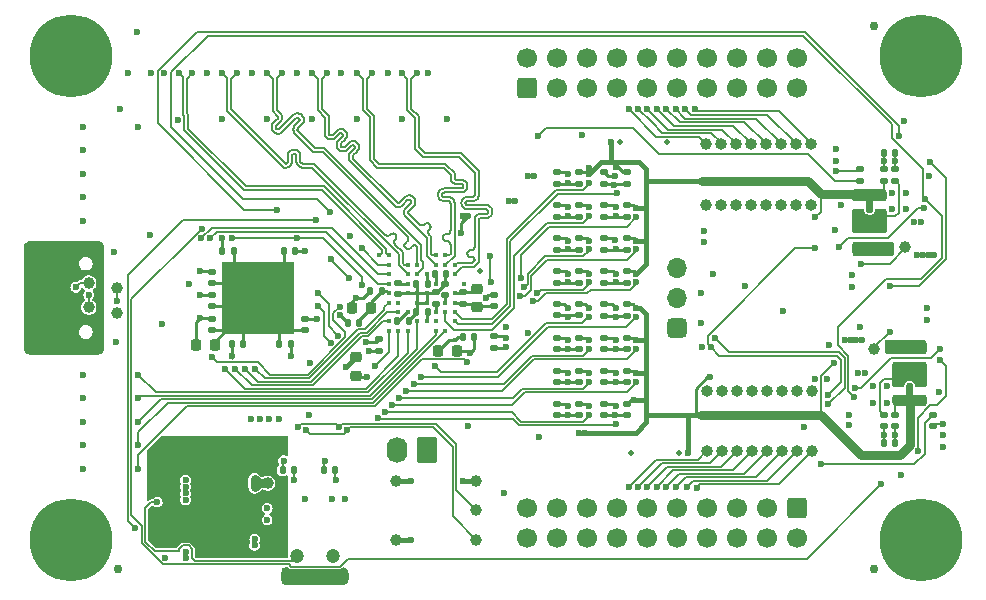
<source format=gbl>
G04 #@! TF.GenerationSoftware,KiCad,Pcbnew,7.0.7+dfsg-1*
G04 #@! TF.CreationDate,2023-10-06T03:56:53+00:00*
G04 #@! TF.ProjectId,glasgow,676c6173-676f-4772-9e6b-696361645f70,C3*
G04 #@! TF.SameCoordinates,Original*
G04 #@! TF.FileFunction,Copper,L4,Bot*
G04 #@! TF.FilePolarity,Positive*
%FSLAX46Y46*%
G04 Gerber Fmt 4.6, Leading zero omitted, Abs format (unit mm)*
G04 Created by KiCad (PCBNEW 7.0.7+dfsg-1) date 2023-10-06 03:56:53*
%MOMM*%
%LPD*%
G01*
G04 APERTURE LIST*
G04 Aperture macros list*
%AMRoundRect*
0 Rectangle with rounded corners*
0 $1 Rounding radius*
0 $2 $3 $4 $5 $6 $7 $8 $9 X,Y pos of 4 corners*
0 Add a 4 corners polygon primitive as box body*
4,1,4,$2,$3,$4,$5,$6,$7,$8,$9,$2,$3,0*
0 Add four circle primitives for the rounded corners*
1,1,$1+$1,$2,$3*
1,1,$1+$1,$4,$5*
1,1,$1+$1,$6,$7*
1,1,$1+$1,$8,$9*
0 Add four rect primitives between the rounded corners*
20,1,$1+$1,$2,$3,$4,$5,0*
20,1,$1+$1,$4,$5,$6,$7,0*
20,1,$1+$1,$6,$7,$8,$9,0*
20,1,$1+$1,$8,$9,$2,$3,0*%
G04 Aperture macros list end*
G04 #@! TA.AperFunction,ComponentPad*
%ADD10C,0.600000*%
G04 #@! TD*
G04 #@! TA.AperFunction,SMDPad,CuDef*
%ADD11R,6.100000X6.100000*%
G04 #@! TD*
G04 #@! TA.AperFunction,ComponentPad*
%ADD12C,1.000000*%
G04 #@! TD*
G04 #@! TA.AperFunction,ComponentPad*
%ADD13O,1.000000X1.000000*%
G04 #@! TD*
G04 #@! TA.AperFunction,ComponentPad*
%ADD14RoundRect,0.425000X0.425000X0.425000X-0.425000X0.425000X-0.425000X-0.425000X0.425000X-0.425000X0*%
G04 #@! TD*
G04 #@! TA.AperFunction,ComponentPad*
%ADD15O,1.700000X1.700000*%
G04 #@! TD*
G04 #@! TA.AperFunction,ComponentPad*
%ADD16C,0.800000*%
G04 #@! TD*
G04 #@! TA.AperFunction,ComponentPad*
%ADD17C,7.000000*%
G04 #@! TD*
G04 #@! TA.AperFunction,ComponentPad*
%ADD18RoundRect,0.250000X0.600000X-0.600000X0.600000X0.600000X-0.600000X0.600000X-0.600000X-0.600000X0*%
G04 #@! TD*
G04 #@! TA.AperFunction,ComponentPad*
%ADD19C,1.700000*%
G04 #@! TD*
G04 #@! TA.AperFunction,ComponentPad*
%ADD20O,2.100000X1.000000*%
G04 #@! TD*
G04 #@! TA.AperFunction,ComponentPad*
%ADD21O,1.600000X1.000000*%
G04 #@! TD*
G04 #@! TA.AperFunction,ComponentPad*
%ADD22RoundRect,0.249999X0.620001X0.850001X-0.620001X0.850001X-0.620001X-0.850001X0.620001X-0.850001X0*%
G04 #@! TD*
G04 #@! TA.AperFunction,ComponentPad*
%ADD23O,1.740000X2.200000*%
G04 #@! TD*
G04 #@! TA.AperFunction,ComponentPad*
%ADD24C,0.500000*%
G04 #@! TD*
G04 #@! TA.AperFunction,SMDPad,CuDef*
%ADD25RoundRect,0.050000X0.450000X0.750000X-0.450000X0.750000X-0.450000X-0.750000X0.450000X-0.750000X0*%
G04 #@! TD*
G04 #@! TA.AperFunction,ComponentPad*
%ADD26RoundRect,0.250000X-0.600000X0.600000X-0.600000X-0.600000X0.600000X-0.600000X0.600000X0.600000X0*%
G04 #@! TD*
G04 #@! TA.AperFunction,ComponentPad*
%ADD27C,1.200000*%
G04 #@! TD*
G04 #@! TA.AperFunction,SMDPad,CuDef*
%ADD28C,0.750000*%
G04 #@! TD*
G04 #@! TA.AperFunction,SMDPad,CuDef*
%ADD29RoundRect,0.147500X0.147500X0.172500X-0.147500X0.172500X-0.147500X-0.172500X0.147500X-0.172500X0*%
G04 #@! TD*
G04 #@! TA.AperFunction,SMDPad,CuDef*
%ADD30RoundRect,0.147500X0.172500X-0.147500X0.172500X0.147500X-0.172500X0.147500X-0.172500X-0.147500X0*%
G04 #@! TD*
G04 #@! TA.AperFunction,SMDPad,CuDef*
%ADD31RoundRect,0.147500X-0.172500X0.147500X-0.172500X-0.147500X0.172500X-0.147500X0.172500X0.147500X0*%
G04 #@! TD*
G04 #@! TA.AperFunction,SMDPad,CuDef*
%ADD32RoundRect,0.147500X-0.147500X-0.172500X0.147500X-0.172500X0.147500X0.172500X-0.147500X0.172500X0*%
G04 #@! TD*
G04 #@! TA.AperFunction,SMDPad,CuDef*
%ADD33RoundRect,0.218750X0.218750X0.256250X-0.218750X0.256250X-0.218750X-0.256250X0.218750X-0.256250X0*%
G04 #@! TD*
G04 #@! TA.AperFunction,SMDPad,CuDef*
%ADD34RoundRect,0.218750X-0.218750X-0.256250X0.218750X-0.256250X0.218750X0.256250X-0.218750X0.256250X0*%
G04 #@! TD*
G04 #@! TA.AperFunction,SMDPad,CuDef*
%ADD35C,1.000000*%
G04 #@! TD*
G04 #@! TA.AperFunction,SMDPad,CuDef*
%ADD36RoundRect,0.218750X0.256250X-0.218750X0.256250X0.218750X-0.256250X0.218750X-0.256250X-0.218750X0*%
G04 #@! TD*
G04 #@! TA.AperFunction,SMDPad,CuDef*
%ADD37RoundRect,0.218750X-0.256250X0.218750X-0.256250X-0.218750X0.256250X-0.218750X0.256250X0.218750X0*%
G04 #@! TD*
G04 #@! TA.AperFunction,ViaPad*
%ADD38C,0.600000*%
G04 #@! TD*
G04 #@! TA.AperFunction,ViaPad*
%ADD39C,0.400000*%
G04 #@! TD*
G04 #@! TA.AperFunction,ViaPad*
%ADD40C,0.500000*%
G04 #@! TD*
G04 #@! TA.AperFunction,Conductor*
%ADD41C,0.150000*%
G04 #@! TD*
G04 #@! TA.AperFunction,Conductor*
%ADD42C,0.250000*%
G04 #@! TD*
G04 #@! TA.AperFunction,Conductor*
%ADD43C,0.450000*%
G04 #@! TD*
G04 #@! TA.AperFunction,Conductor*
%ADD44C,0.190000*%
G04 #@! TD*
G04 #@! TA.AperFunction,Conductor*
%ADD45C,0.750000*%
G04 #@! TD*
G04 APERTURE END LIST*
D10*
X67310000Y-92960000D03*
X67310000Y-94230000D03*
X67310000Y-95500000D03*
X67310000Y-96770000D03*
X67310000Y-98040000D03*
X68580000Y-92960000D03*
X68580000Y-94230000D03*
X68580000Y-95500000D03*
X68580000Y-96770000D03*
X68580000Y-98040000D03*
X69850000Y-92960000D03*
X69850000Y-94230000D03*
X69850000Y-95500000D03*
D11*
X69850000Y-95500000D03*
D10*
X69850000Y-96770000D03*
X69850000Y-98040000D03*
X71120000Y-92960000D03*
X71120000Y-94230000D03*
X71120000Y-95500000D03*
X71120000Y-96770000D03*
X71120000Y-98040000D03*
X72390000Y-92960000D03*
X72390000Y-94230000D03*
X72390000Y-95500000D03*
X72390000Y-96770000D03*
X72390000Y-98040000D03*
D12*
X107800000Y-87600000D03*
D13*
X109070000Y-87600000D03*
X110340000Y-87600000D03*
X111610000Y-87600000D03*
X112880000Y-87600000D03*
X114150000Y-87600000D03*
X115420000Y-87600000D03*
X116690000Y-87600000D03*
D12*
X116700000Y-108500000D03*
D13*
X115430000Y-108500000D03*
X114160000Y-108500000D03*
X112890000Y-108500000D03*
X111620000Y-108500000D03*
X110350000Y-108500000D03*
X109080000Y-108500000D03*
X107810000Y-108500000D03*
D12*
X116700000Y-103420000D03*
D13*
X115430000Y-103420000D03*
X114160000Y-103420000D03*
X112890000Y-103420000D03*
X111620000Y-103420000D03*
X110350000Y-103420000D03*
X109080000Y-103420000D03*
X107810000Y-103420000D03*
D14*
X105270000Y-98040000D03*
D15*
X105270000Y-95500000D03*
X105270000Y-92960000D03*
D16*
X51375000Y-116000000D03*
X52143845Y-114143845D03*
X52143845Y-117856155D03*
X54000000Y-113375000D03*
D17*
X54000000Y-116000000D03*
D16*
X54000000Y-118625000D03*
X55856155Y-114143845D03*
X55856155Y-117856155D03*
X56625000Y-116000000D03*
X51375000Y-75000000D03*
X52143845Y-73143845D03*
X52143845Y-76856155D03*
X54000000Y-72375000D03*
D17*
X54000000Y-75000000D03*
D16*
X54000000Y-77625000D03*
X55856155Y-73143845D03*
X55856155Y-76856155D03*
X56625000Y-75000000D03*
X123375000Y-116000000D03*
X124143845Y-114143845D03*
X124143845Y-117856155D03*
X126000000Y-113375000D03*
D17*
X126000000Y-116000000D03*
D16*
X126000000Y-118625000D03*
X127856155Y-114143845D03*
X127856155Y-117856155D03*
X128625000Y-116000000D03*
X123375000Y-75000000D03*
X124143845Y-73143845D03*
X124143845Y-76856155D03*
X126000000Y-72375000D03*
D17*
X126000000Y-75000000D03*
D16*
X126000000Y-77625000D03*
X127856155Y-73143845D03*
X127856155Y-76856155D03*
X128625000Y-75000000D03*
D12*
X107800000Y-82500000D03*
D13*
X109070000Y-82500000D03*
X110340000Y-82500000D03*
X111610000Y-82500000D03*
X112880000Y-82500000D03*
X114150000Y-82500000D03*
X115420000Y-82500000D03*
X116690000Y-82500000D03*
D18*
X92570000Y-77720000D03*
D19*
X92570000Y-75180000D03*
X95110000Y-77720000D03*
X95110000Y-75180000D03*
X97650000Y-77720000D03*
X97650000Y-75180000D03*
X100190000Y-77720000D03*
X100190000Y-75180000D03*
X102730000Y-77720000D03*
X102730000Y-75180000D03*
X105270000Y-77720000D03*
X105270000Y-75180000D03*
X107810000Y-77720000D03*
X107810000Y-75180000D03*
X110350000Y-77720000D03*
X110350000Y-75180000D03*
X112890000Y-77720000D03*
X112890000Y-75180000D03*
X115430000Y-77720000D03*
X115430000Y-75180000D03*
D20*
X55780000Y-91180000D03*
D21*
X51600000Y-91180000D03*
D20*
X55780000Y-99820000D03*
D21*
X51600000Y-99820000D03*
D22*
X84100000Y-108400000D03*
D23*
X81560000Y-108400000D03*
D24*
X65900000Y-115550000D03*
D25*
X65900000Y-115000000D03*
D24*
X65900000Y-114450000D03*
X65900000Y-110450000D03*
D25*
X65900000Y-109900000D03*
D24*
X65900000Y-109350000D03*
D26*
X115430000Y-113280000D03*
D19*
X115430000Y-115820000D03*
X112890000Y-113280000D03*
X112890000Y-115820000D03*
X110350000Y-113280000D03*
X110350000Y-115820000D03*
X107810000Y-113280000D03*
X107810000Y-115820000D03*
X105270000Y-113280000D03*
X105270000Y-115820000D03*
X102730000Y-113280000D03*
X102730000Y-115820000D03*
X100190000Y-113280000D03*
X100190000Y-115820000D03*
X97650000Y-113280000D03*
X97650000Y-115820000D03*
X95110000Y-113280000D03*
X95110000Y-115820000D03*
X92570000Y-113280000D03*
X92570000Y-115820000D03*
D27*
X76150000Y-117380000D03*
X73150000Y-117380000D03*
X74650000Y-119230000D03*
D28*
X58000000Y-118500000D03*
X122000000Y-72500000D03*
D29*
X84185000Y-96700000D03*
X83215000Y-96700000D03*
D30*
X84900000Y-95985000D03*
X84900000Y-95015000D03*
D31*
X99150000Y-93265000D03*
X99150000Y-94235000D03*
X101050000Y-84865000D03*
X101050000Y-85835000D03*
X101050000Y-93265000D03*
X101050000Y-94235000D03*
X97050000Y-96015000D03*
X97050000Y-96985000D03*
X97050000Y-90465000D03*
X97050000Y-91435000D03*
X99150000Y-96065000D03*
X99150000Y-97035000D03*
X99150000Y-98865000D03*
X99150000Y-99835000D03*
X99150000Y-101665000D03*
X99150000Y-102635000D03*
X99150000Y-104465000D03*
X99150000Y-105435000D03*
X101050000Y-96065000D03*
X101050000Y-97035000D03*
X101050000Y-98865000D03*
X101050000Y-99835000D03*
X101050000Y-101665000D03*
X101050000Y-102635000D03*
D32*
X81615000Y-97500000D03*
X82585000Y-97500000D03*
D29*
X84185000Y-94300000D03*
X83215000Y-94300000D03*
X80300000Y-94900000D03*
X79330000Y-94900000D03*
X78385000Y-97600000D03*
X77415000Y-97600000D03*
D33*
X79387500Y-96400000D03*
X77812500Y-96400000D03*
D32*
X84815000Y-93500000D03*
X85785000Y-93500000D03*
X66815000Y-91550000D03*
X67785000Y-91550000D03*
D29*
X72585000Y-99450000D03*
X71615000Y-99450000D03*
D31*
X65900000Y-93280000D03*
X65900000Y-94250000D03*
D32*
X67615000Y-99450000D03*
X68585000Y-99450000D03*
D29*
X72985000Y-91550000D03*
X72015000Y-91550000D03*
D34*
X64612500Y-99500000D03*
X66187500Y-99500000D03*
D31*
X65900000Y-97265000D03*
X65900000Y-98235000D03*
X65900000Y-95265000D03*
X65900000Y-96235000D03*
X73800000Y-97280000D03*
X73800000Y-98250000D03*
D30*
X80050000Y-99985000D03*
X80050000Y-99015000D03*
X89850000Y-96235000D03*
X89850000Y-95265000D03*
D31*
X97050000Y-84865000D03*
X97050000Y-85835000D03*
X95150000Y-84865000D03*
X95150000Y-85835000D03*
X95150000Y-96015000D03*
X95150000Y-96985000D03*
X97050000Y-98865000D03*
X97050000Y-99835000D03*
X95150000Y-98865000D03*
X95150000Y-99835000D03*
X95150000Y-101665000D03*
X95150000Y-102635000D03*
X97050000Y-101665000D03*
X97050000Y-102635000D03*
X95150000Y-104465000D03*
X95150000Y-105435000D03*
X97050000Y-104465000D03*
X97050000Y-105435000D03*
X95150000Y-87665000D03*
X95150000Y-88635000D03*
X95150000Y-93265000D03*
X95150000Y-94235000D03*
X95150000Y-90465000D03*
X95150000Y-91435000D03*
X81700000Y-94215000D03*
X81700000Y-95185000D03*
X99150000Y-84865000D03*
X99150000Y-85835000D03*
X99150000Y-87665000D03*
X99150000Y-88635000D03*
X99150000Y-90465000D03*
X99150000Y-91435000D03*
X97050000Y-93265000D03*
X97050000Y-94235000D03*
D28*
X122000000Y-118500000D03*
D34*
X85112500Y-100000000D03*
X86687500Y-100000000D03*
D35*
X88300000Y-111000000D03*
X88300000Y-113500000D03*
X88300000Y-116000000D03*
X81500000Y-116000000D03*
X81500000Y-111000000D03*
X55500000Y-94250000D03*
X57900000Y-96800000D03*
X57900000Y-94700000D03*
X55500000Y-96300000D03*
D36*
X88400000Y-96287500D03*
X88400000Y-94712500D03*
D31*
X89800000Y-98765000D03*
X89800000Y-99735000D03*
D30*
X85700000Y-95285000D03*
X85700000Y-94315000D03*
X87200000Y-95985000D03*
X87200000Y-95015000D03*
D35*
X70650000Y-111200000D03*
D37*
X124050000Y-102612500D03*
X124050000Y-104187500D03*
D36*
X122550000Y-88387500D03*
X122550000Y-86812500D03*
D35*
X122000000Y-99800000D03*
X124600000Y-91200000D03*
D31*
X101050000Y-104465000D03*
X101050000Y-105435000D03*
X101050000Y-90465000D03*
X101050000Y-91435000D03*
X97050000Y-87665000D03*
X97050000Y-88635000D03*
X101050000Y-87665000D03*
X101050000Y-88635000D03*
D29*
X123785000Y-107800000D03*
X122815000Y-107800000D03*
D32*
X122815000Y-83200000D03*
X123785000Y-83200000D03*
D31*
X123800000Y-105415000D03*
X123800000Y-106385000D03*
D30*
X122800000Y-85585000D03*
X122800000Y-84615000D03*
D37*
X125950000Y-99812500D03*
X125950000Y-101387500D03*
X124050000Y-99812500D03*
X124050000Y-101387500D03*
D36*
X120650000Y-91187500D03*
X120650000Y-89612500D03*
X122550000Y-91187500D03*
X122550000Y-89612500D03*
D32*
X75415000Y-110100000D03*
X76385000Y-110100000D03*
X71915000Y-110100000D03*
X72885000Y-110100000D03*
X87165000Y-98800000D03*
X88135000Y-98800000D03*
D37*
X78150000Y-100537500D03*
X78150000Y-102112500D03*
D31*
X122800000Y-105415000D03*
X122800000Y-106385000D03*
D30*
X123800000Y-85585000D03*
X123800000Y-84615000D03*
X127000000Y-106385000D03*
X127000000Y-105415000D03*
D31*
X120800000Y-84615000D03*
X120800000Y-85585000D03*
D37*
X125950000Y-102612500D03*
X125950000Y-104187500D03*
D36*
X120650000Y-88387500D03*
X120650000Y-86812500D03*
D38*
X77400000Y-106700098D03*
X88300000Y-116000000D03*
X126700000Y-84000000D03*
X67899998Y-101500000D03*
X73900000Y-106700000D03*
X118100000Y-103700000D03*
X108200006Y-99700000D03*
X123300000Y-94500000D03*
D39*
X80900000Y-97500000D03*
D38*
X117000000Y-91300000D03*
D39*
X84100000Y-97500000D03*
D38*
X67600000Y-100450000D03*
X64900000Y-93250000D03*
X72600000Y-100450000D03*
X64900000Y-97250000D03*
X66800000Y-90450000D03*
X73800000Y-91550000D03*
X64900000Y-95250000D03*
X96100000Y-93450000D03*
X69550000Y-115950000D03*
X126500000Y-97400000D03*
X93599998Y-107300000D03*
X100100000Y-99050000D03*
D39*
X81700000Y-95900000D03*
D38*
X59600000Y-73000000D03*
X118800000Y-82900000D03*
X75500000Y-109300000D03*
X108350000Y-93500000D03*
X118200000Y-99500000D03*
X96100000Y-90650000D03*
D39*
X86500000Y-99100000D03*
D38*
X96100000Y-101850000D03*
X87650000Y-106350000D03*
X100100153Y-104640629D03*
X116975090Y-102400000D03*
X127800000Y-108100000D03*
X100100000Y-87850000D03*
X77600000Y-90300000D03*
X100100000Y-101850000D03*
X59700000Y-81000000D03*
X74150000Y-105400000D03*
X100100000Y-93450000D03*
X120100000Y-93600000D03*
X96100000Y-96350000D03*
X61989606Y-117508796D03*
X70600000Y-114285000D03*
X100100000Y-96350000D03*
X96100000Y-104650000D03*
X96100000Y-99050000D03*
X96100000Y-87850000D03*
D39*
X85700000Y-95900000D03*
D38*
X58800006Y-76500000D03*
X82800000Y-111000000D03*
X100093878Y-85173212D03*
X90800000Y-98900000D03*
X100093477Y-90643477D03*
X74800000Y-97300000D03*
X76100000Y-112500000D03*
X69543821Y-116450189D03*
X72000000Y-109300000D03*
X96100000Y-85050000D03*
X79200010Y-100000000D03*
X119900000Y-106300000D03*
X107550000Y-89850000D03*
X67200000Y-108400000D03*
X67200000Y-107800000D03*
X64600000Y-108400000D03*
X64600000Y-107800000D03*
X70000000Y-105800000D03*
X69200000Y-105800000D03*
X70800000Y-105800000D03*
X71600000Y-105800000D03*
X107300000Y-95100000D03*
X58150000Y-79550000D03*
X64600000Y-112900000D03*
X68500000Y-113450000D03*
X67200000Y-112900000D03*
X67850000Y-112250000D03*
X67200000Y-113500000D03*
X64600000Y-113500000D03*
D40*
X104450000Y-82350000D03*
D38*
X124700000Y-88000000D03*
X126500000Y-96400000D03*
X123500000Y-86600000D03*
X123500000Y-88000000D03*
X120600000Y-101900000D03*
X55050010Y-106000000D03*
X100100000Y-102600000D03*
X100100000Y-97100000D03*
X111100000Y-94500000D03*
X55049976Y-87000000D03*
X100100000Y-91400000D03*
X90800000Y-99650000D03*
X69299996Y-76500000D03*
X76400000Y-110900000D03*
D39*
X83300000Y-95900000D03*
D38*
X87200010Y-111000000D03*
X79100000Y-102200000D03*
X100087874Y-105390440D03*
X73100006Y-76500000D03*
X57800000Y-99199994D03*
X64000000Y-94350000D03*
X61900000Y-76500002D03*
X125400000Y-89100000D03*
X78200000Y-80400000D03*
D39*
X82500000Y-95100000D03*
D38*
X96100000Y-94200000D03*
X55050000Y-104000000D03*
X124700000Y-86600000D03*
X55050004Y-110000000D03*
X96100000Y-85800000D03*
D40*
X100450000Y-82350000D03*
D38*
X96100000Y-97100000D03*
X57600000Y-91600000D03*
X68500000Y-108350000D03*
X73800000Y-112500000D03*
X120800000Y-98000000D03*
X123100000Y-104400000D03*
D39*
X84100000Y-95100000D03*
D38*
X55050000Y-89000000D03*
X55050002Y-85000000D03*
X65500000Y-76500000D03*
X121900000Y-103000000D03*
X55050000Y-83000000D03*
X60799901Y-76500000D03*
X100013397Y-85918792D03*
D40*
X57900000Y-96800000D03*
D38*
X55050000Y-108000000D03*
X107300000Y-97600000D03*
X85800000Y-80400000D03*
X97300000Y-81700000D03*
X100100000Y-88600000D03*
X61720180Y-97749991D03*
X90800000Y-98000000D03*
X123100000Y-103000000D03*
X77200000Y-112500000D03*
X74250000Y-101050000D03*
X118800000Y-83900000D03*
X96100000Y-99800000D03*
X114300000Y-96600000D03*
X127500000Y-103500000D03*
X96100000Y-88600000D03*
X87799998Y-100168111D03*
X80800012Y-76500000D03*
X124500000Y-80500000D03*
X116100000Y-106400000D03*
X93200000Y-85200000D03*
X121900000Y-104400000D03*
D39*
X83300000Y-95100000D03*
D38*
X96100000Y-105400000D03*
X71280000Y-116310000D03*
X60650000Y-90200000D03*
X70600000Y-80400000D03*
X92700000Y-85200000D03*
X61900000Y-109800000D03*
X124300000Y-110500000D03*
X72900000Y-110900000D03*
X55050000Y-81000000D03*
X76899998Y-76500000D03*
X67850000Y-117225090D03*
X107400000Y-99700000D03*
X82000000Y-80400000D03*
X118700000Y-89800000D03*
X74400000Y-80400000D03*
D40*
X105450000Y-108650000D03*
X101450000Y-108650000D03*
D38*
X79000000Y-99269642D03*
X100100000Y-99800000D03*
X119200000Y-87600000D03*
X126650000Y-85150000D03*
X121200000Y-101900000D03*
X55050000Y-102000000D03*
X63024910Y-80408938D03*
X100100000Y-94200000D03*
X120100000Y-94600000D03*
X107550000Y-90800000D03*
X66800000Y-80400000D03*
X96100000Y-91400000D03*
X127800000Y-107100000D03*
X84200075Y-76500006D03*
X126000000Y-89100000D03*
D39*
X84100000Y-95900000D03*
D38*
X118024910Y-102400000D03*
X96100000Y-102600000D03*
X119900000Y-105400000D03*
X67000000Y-101500000D03*
X118100000Y-104500000D03*
X73200000Y-106400000D03*
D39*
X81700000Y-98300000D03*
D38*
X88300000Y-113500000D03*
X108500000Y-98900000D03*
X76700000Y-106400000D03*
X63700000Y-112050000D03*
X63700000Y-116999962D03*
X63700000Y-112600000D03*
X90700000Y-112000000D03*
X126600000Y-91900000D03*
X127100000Y-91900000D03*
X63700000Y-117550180D03*
X126100000Y-91900000D03*
X121000000Y-99100000D03*
X125600000Y-91900000D03*
X63700000Y-110950000D03*
X119500000Y-99100000D03*
X82800000Y-116000000D03*
X63700000Y-111500000D03*
X120500000Y-99100000D03*
X120000000Y-99100000D03*
X74700000Y-88900000D03*
X59400014Y-115000000D03*
X55500000Y-95250000D03*
X55500000Y-96300000D03*
X57900000Y-94700000D03*
X57900000Y-95794900D03*
D39*
X81700000Y-96700000D03*
D38*
X68750000Y-101500000D03*
X69599999Y-101500000D03*
D39*
X80900000Y-95900000D03*
D38*
X79700000Y-101300000D03*
D39*
X80900000Y-98300000D03*
D38*
X76600000Y-98700000D03*
X74899996Y-95125010D03*
X76000000Y-99300000D03*
X74902957Y-96185184D03*
X69550000Y-111550000D03*
X69550000Y-110850000D03*
X77300000Y-101400000D03*
D39*
X84900000Y-94300000D03*
X82500000Y-94300000D03*
X84900000Y-96700000D03*
D38*
X89100000Y-95500000D03*
D39*
X82500000Y-96700000D03*
D38*
X76803211Y-96984235D03*
X76737231Y-96237231D03*
X65900000Y-100499978D03*
D39*
X80900000Y-92700000D03*
D38*
X78600000Y-91300000D03*
X126300000Y-87100000D03*
X77541925Y-93841925D03*
X75900000Y-88199998D03*
X75973150Y-92194958D03*
X120299992Y-103900000D03*
X67600000Y-90450000D03*
D39*
X87300000Y-94300000D03*
D38*
X73100000Y-90450000D03*
X78600000Y-94400000D03*
X125700000Y-108500000D03*
X65050002Y-89650000D03*
X127600000Y-100800000D03*
X122600000Y-111300000D03*
X124100000Y-81800000D03*
X71450008Y-88050000D03*
D39*
X80900000Y-93500000D03*
D38*
X65042375Y-90456053D03*
X65800010Y-90450000D03*
D39*
X80900000Y-94300000D03*
X86500000Y-95900000D03*
X80900000Y-95100000D03*
X86500000Y-95100000D03*
D38*
X78100000Y-95500000D03*
X106962190Y-111575090D03*
X101200000Y-111500000D03*
X106147478Y-111552522D03*
X105200000Y-111537128D03*
X104400000Y-111500000D03*
X102800000Y-111500000D03*
X103600000Y-111500000D03*
X102000000Y-111500000D03*
X101200000Y-79500000D03*
X106800000Y-79500000D03*
X102000000Y-79500000D03*
X102800000Y-79500000D03*
X103600000Y-79500000D03*
X105200000Y-79500000D03*
X104400000Y-79500000D03*
X105981323Y-79476341D03*
X89600000Y-94150000D03*
X89500000Y-92000000D03*
D39*
X82500000Y-98300000D03*
D38*
X59700000Y-102000000D03*
X93500000Y-81800000D03*
X125000000Y-103000000D03*
X125000000Y-104400000D03*
X125000000Y-103700000D03*
X97050000Y-106950000D03*
X101850000Y-99050000D03*
X97850000Y-104650000D03*
X101850000Y-101850000D03*
X97850000Y-101850000D03*
X108250000Y-105400000D03*
X101700000Y-104124400D03*
X101850000Y-96350000D03*
X107750000Y-105400000D03*
X108100000Y-102200000D03*
X97500000Y-106950000D03*
X97850000Y-96350000D03*
X106200000Y-108650000D03*
X118600012Y-101000000D03*
X107300000Y-105400000D03*
X97850000Y-99050000D03*
X99700000Y-82350000D03*
X121600000Y-86600000D03*
X117000000Y-88700000D03*
X101828832Y-87871168D03*
X97850000Y-85050000D03*
X107900000Y-85600000D03*
X97850000Y-84550000D03*
X97850000Y-93450000D03*
X107400000Y-85600000D03*
X121600000Y-87300000D03*
X101850000Y-90650000D03*
X97850000Y-87850000D03*
X97850000Y-90650000D03*
X101850000Y-93450000D03*
X100134260Y-84424388D03*
X121600000Y-88000000D03*
X108400000Y-85600000D03*
D39*
X83300000Y-97500000D03*
D38*
X59700000Y-104000000D03*
X117500000Y-109600000D03*
X59700000Y-110000000D03*
D39*
X84900000Y-97500000D03*
D38*
X87499986Y-100900000D03*
X59700000Y-108000000D03*
D39*
X85700000Y-98300000D03*
X84900000Y-98300000D03*
D38*
X59700000Y-106000000D03*
X78200000Y-76500000D03*
D39*
X85700000Y-91900000D03*
X84900000Y-91900000D03*
D38*
X75700000Y-76500000D03*
D39*
X80900000Y-91900000D03*
D38*
X64250000Y-76500000D03*
X63114727Y-76505325D03*
D39*
X80100000Y-91900000D03*
X86500000Y-92700000D03*
D38*
X82000000Y-76500000D03*
X79500000Y-76500000D03*
D39*
X85700000Y-92700000D03*
D38*
X74400000Y-76500000D03*
D39*
X84900000Y-92700000D03*
X83300000Y-92700000D03*
D38*
X70600000Y-76500000D03*
X68050000Y-76500000D03*
D39*
X82500000Y-92700000D03*
X82500000Y-93500000D03*
D38*
X66785000Y-76485000D03*
D39*
X86500000Y-93500000D03*
D38*
X83295000Y-76495000D03*
X87050000Y-90000000D03*
X91050000Y-87300000D03*
X91550000Y-87300000D03*
X87150000Y-88600000D03*
D39*
X84100000Y-93500000D03*
D38*
X87650000Y-88600000D03*
D39*
X83300000Y-93500000D03*
D38*
X71850000Y-76500000D03*
D39*
X86500000Y-96700000D03*
D38*
X97850000Y-85800000D03*
X97850000Y-91400000D03*
X92350000Y-94600000D03*
X97850000Y-94200000D03*
X93450000Y-95100000D03*
D39*
X86500000Y-97500000D03*
D38*
X100208259Y-86644581D03*
X92100000Y-93849928D03*
X101850603Y-88620764D03*
X92045340Y-95350000D03*
X101850000Y-91400000D03*
X93150000Y-95800000D03*
X101850000Y-94200000D03*
X84799998Y-101249812D03*
X97850000Y-97100000D03*
X81800000Y-104000000D03*
X97850000Y-102600000D03*
X97850000Y-105400000D03*
X80600000Y-105200000D03*
X83600000Y-102200000D03*
X101850000Y-97100000D03*
X82400000Y-103400000D03*
X101850000Y-99800000D03*
X81200000Y-104600000D03*
X101850000Y-102600000D03*
X100100000Y-106150000D03*
X80000000Y-105650278D03*
X97850000Y-88600000D03*
D39*
X85700000Y-96700000D03*
D38*
X83000000Y-102800000D03*
X97850000Y-99800000D03*
X70607500Y-113307500D03*
X92650000Y-98500000D03*
D40*
X88600000Y-93200000D03*
D38*
X54400000Y-94600000D03*
X122800000Y-107100000D03*
X123800000Y-107100000D03*
X123800000Y-83900000D03*
X122800000Y-83900000D03*
X127600000Y-99800000D03*
X120400000Y-103100000D03*
X126200000Y-87900000D03*
X119000000Y-91200000D03*
X123200000Y-99950000D03*
X123200000Y-99350000D03*
X125000000Y-99350000D03*
X123400000Y-91650000D03*
X121600000Y-91650000D03*
X123400000Y-91050000D03*
X72150000Y-118650000D03*
X77150000Y-118650000D03*
X72150000Y-119450000D03*
X77150000Y-119450000D03*
X127800000Y-106200000D03*
X118800000Y-84800000D03*
X61300000Y-112800000D03*
X123300000Y-98400000D03*
X120900000Y-92600000D03*
D41*
X115300000Y-91300000D02*
X117000000Y-91300000D01*
X69299998Y-102900000D02*
X67899998Y-101500000D01*
X86300000Y-108100000D02*
X84675099Y-106475099D01*
X107900000Y-99399994D02*
X107900000Y-98700000D01*
X74450000Y-102900000D02*
X69299998Y-102900000D01*
X108200006Y-99700000D02*
X108899916Y-100399910D01*
X84675099Y-106475099D02*
X77624999Y-106475099D01*
X78605268Y-98744732D02*
X74450000Y-102900000D01*
X125824136Y-94500000D02*
X128075090Y-92249048D01*
X108899916Y-100399910D02*
X118875773Y-100399911D01*
X80402224Y-97500000D02*
X79157492Y-98744732D01*
X73900000Y-106700000D02*
X74200000Y-107000000D01*
X79157492Y-98744732D02*
X78605268Y-98744732D01*
X77100098Y-107000000D02*
X77400000Y-106700098D01*
X80900000Y-97500000D02*
X80402224Y-97500000D01*
X128075090Y-85375090D02*
X126700000Y-84000000D01*
X86300000Y-114000000D02*
X86300000Y-108100000D01*
X118875773Y-100399911D02*
X119200178Y-100724316D01*
X107900000Y-98700000D02*
X115300000Y-91300000D01*
X123300000Y-94500000D02*
X125824136Y-94500000D01*
X119200178Y-102599822D02*
X118100000Y-103700000D01*
X77624999Y-106475099D02*
X77400000Y-106700098D01*
X74200000Y-107000000D02*
X77100098Y-107000000D01*
X128075090Y-92249048D02*
X128075090Y-85375090D01*
X108200006Y-99700000D02*
X107900000Y-99399994D01*
X119200178Y-100724316D02*
X119200178Y-102599822D01*
X88300000Y-116000000D02*
X86300000Y-114000000D01*
D42*
X64900000Y-95250000D02*
X65885000Y-95250000D01*
X72600000Y-100450000D02*
X72600000Y-99465000D01*
X64900000Y-93250000D02*
X65870000Y-93250000D01*
X66800000Y-90450000D02*
X66800000Y-91535000D01*
X65885000Y-97250000D02*
X65900000Y-97265000D01*
X64900000Y-97250000D02*
X65885000Y-97250000D01*
X65870000Y-93250000D02*
X65900000Y-93280000D01*
X72985000Y-91550000D02*
X73800000Y-91550000D01*
X72600000Y-99465000D02*
X72585000Y-99450000D01*
X66800000Y-91535000D02*
X66815000Y-91550000D01*
X65885000Y-95250000D02*
X65900000Y-95265000D01*
X99815000Y-96065000D02*
X99150000Y-96065000D01*
X74800000Y-97300000D02*
X73820000Y-97300000D01*
X95915000Y-93265000D02*
X96100000Y-93450000D01*
X99915000Y-101665000D02*
X100100000Y-101850000D01*
X96100000Y-96350000D02*
X95765000Y-96015000D01*
X99150000Y-104465000D02*
X99924524Y-104465000D01*
X99150000Y-101665000D02*
X99915000Y-101665000D01*
X99150000Y-98865000D02*
X99915000Y-98865000D01*
X99150000Y-87665000D02*
X99915000Y-87665000D01*
X99915000Y-98865000D02*
X100100000Y-99050000D01*
X64612500Y-99500000D02*
X64612500Y-97537500D01*
D41*
X71915000Y-110100000D02*
X71915000Y-109385000D01*
X75415000Y-110100000D02*
X75415000Y-109385000D01*
D42*
X67600000Y-100600000D02*
X67600000Y-99465000D01*
X95150000Y-90465000D02*
X95915000Y-90465000D01*
X99915000Y-93265000D02*
X100100000Y-93450000D01*
X95915000Y-87665000D02*
X96100000Y-87850000D01*
X95150000Y-101665000D02*
X95915000Y-101665000D01*
X90665000Y-98765000D02*
X90800000Y-98900000D01*
X84100000Y-96785000D02*
X84185000Y-96700000D01*
X79200010Y-100000000D02*
X80035000Y-100000000D01*
X95915000Y-84865000D02*
X96100000Y-85050000D01*
X99458212Y-85173212D02*
X100093878Y-85173212D01*
X86800000Y-98800000D02*
X86500000Y-99100000D01*
X99915000Y-90465000D02*
X100093477Y-90643477D01*
X95915000Y-98865000D02*
X96100000Y-99050000D01*
X86012500Y-99100000D02*
X85112500Y-100000000D01*
X99150000Y-93265000D02*
X99915000Y-93265000D01*
X95150000Y-93265000D02*
X95915000Y-93265000D01*
X95915000Y-101665000D02*
X96100000Y-101850000D01*
X64612500Y-97537500D02*
X64900000Y-97250000D01*
X100100000Y-96350000D02*
X99815000Y-96065000D01*
X67600000Y-99465000D02*
X67615000Y-99450000D01*
X95150000Y-104465000D02*
X95915000Y-104465000D01*
X86500000Y-99100000D02*
X86012500Y-99100000D01*
X95150000Y-84865000D02*
X95915000Y-84865000D01*
X95915000Y-104465000D02*
X96100000Y-104650000D01*
X73820000Y-97300000D02*
X73800000Y-97280000D01*
X84100000Y-97500000D02*
X84100000Y-96785000D01*
X95765000Y-96015000D02*
X95150000Y-96015000D01*
X95150000Y-87665000D02*
X95915000Y-87665000D01*
D43*
X81500000Y-111000000D02*
X82800000Y-111000000D01*
D42*
X80035000Y-100000000D02*
X80050000Y-99985000D01*
X95915000Y-90465000D02*
X96100000Y-90650000D01*
X99150000Y-84865000D02*
X99458212Y-85173212D01*
X95150000Y-98865000D02*
X95915000Y-98865000D01*
X89800000Y-98765000D02*
X90665000Y-98765000D01*
X86800000Y-98800000D02*
X87165000Y-98800000D01*
X99915000Y-87665000D02*
X100100000Y-87850000D01*
X85700000Y-95900000D02*
X85700000Y-95285000D01*
D41*
X71915000Y-109385000D02*
X72000000Y-109300000D01*
X75415000Y-109385000D02*
X75500000Y-109300000D01*
D42*
X99924524Y-104465000D02*
X100100153Y-104640629D01*
X99150000Y-90465000D02*
X99915000Y-90465000D01*
X68585000Y-98045000D02*
X68580000Y-98040000D01*
X67785000Y-91550000D02*
X67785000Y-93435000D01*
X65900000Y-98235000D02*
X67115000Y-98235000D01*
X67115000Y-98235000D02*
X67310000Y-98040000D01*
X67785000Y-93435000D02*
X69850000Y-95500000D01*
X72015000Y-91550000D02*
X72015000Y-93335000D01*
X72600000Y-98250000D02*
X72390000Y-98040000D01*
X71615000Y-97265000D02*
X69850000Y-95500000D01*
X68585000Y-99450000D02*
X68585000Y-98045000D01*
X65900000Y-96235000D02*
X68045000Y-96235000D01*
X68045000Y-96235000D02*
X68580000Y-96770000D01*
X72015000Y-93335000D02*
X72090001Y-93259999D01*
X72090001Y-93259999D02*
X72390000Y-92960000D01*
X71615000Y-99450000D02*
X71615000Y-97265000D01*
X73800000Y-98250000D02*
X72600000Y-98250000D01*
X100065000Y-102635000D02*
X100100000Y-102600000D01*
X101050000Y-102635000D02*
X100135000Y-102635000D01*
X84815000Y-95100000D02*
X84900000Y-95015000D01*
X81785000Y-95100000D02*
X81700000Y-95185000D01*
X96135000Y-94235000D02*
X96100000Y-94200000D01*
X84100000Y-95100000D02*
X84815000Y-95100000D01*
X83215000Y-96754602D02*
X83215000Y-96700000D01*
X100065000Y-91435000D02*
X100100000Y-91400000D01*
X95150000Y-91435000D02*
X96065000Y-91435000D01*
X66187500Y-99212500D02*
X66187500Y-99500000D01*
X100135000Y-88635000D02*
X100100000Y-88600000D01*
X67310000Y-98040000D02*
X67310000Y-98090000D01*
X96135000Y-91435000D02*
X96100000Y-91400000D01*
X100065000Y-99835000D02*
X100100000Y-99800000D01*
X96065000Y-88635000D02*
X96100000Y-88600000D01*
X100135000Y-94235000D02*
X100100000Y-94200000D01*
X82585000Y-97500000D02*
X82585000Y-97384602D01*
X88135000Y-98800000D02*
X88135000Y-99833109D01*
X99150000Y-99835000D02*
X100065000Y-99835000D01*
X100065000Y-94235000D02*
X100100000Y-94200000D01*
X87635371Y-100164629D02*
X87796516Y-100164629D01*
X96065000Y-99835000D02*
X96100000Y-99800000D01*
X100135000Y-91435000D02*
X100100000Y-91400000D01*
X97050000Y-85835000D02*
X96135000Y-85835000D01*
X85700000Y-93585000D02*
X85785000Y-93500000D01*
D41*
X76385000Y-110100000D02*
X76385000Y-110885000D01*
D42*
X82585000Y-97384602D02*
X83215000Y-96754602D01*
X99150000Y-102635000D02*
X100065000Y-102635000D01*
X79100000Y-102200000D02*
X78237500Y-102200000D01*
X89800000Y-99735000D02*
X90715000Y-99735000D01*
X79795358Y-99269642D02*
X79000000Y-99269642D01*
X96135000Y-102635000D02*
X96100000Y-102600000D01*
X87799998Y-100168111D02*
X87631887Y-100000000D01*
X95985000Y-96985000D02*
X95150000Y-96985000D01*
D41*
X72885000Y-110100000D02*
X72885000Y-110885000D01*
D42*
X97050000Y-94235000D02*
X96135000Y-94235000D01*
X99929605Y-85835000D02*
X100013397Y-85918792D01*
X96135000Y-99835000D02*
X96100000Y-99800000D01*
X65900000Y-94250000D02*
X67290000Y-94250000D01*
X97050000Y-105435000D02*
X96135000Y-105435000D01*
X97050000Y-88635000D02*
X96135000Y-88635000D01*
X83300000Y-95900000D02*
X83300000Y-95100000D01*
X96065000Y-102635000D02*
X96100000Y-102600000D01*
X83300000Y-96615000D02*
X83215000Y-96700000D01*
X100132434Y-105435000D02*
X100087874Y-105390440D01*
X100043314Y-105435000D02*
X100087874Y-105390440D01*
D41*
X72885000Y-110885000D02*
X72900000Y-110900000D01*
D42*
X96065000Y-91435000D02*
X96100000Y-91400000D01*
X83300000Y-94385000D02*
X83215000Y-94300000D01*
X96135000Y-105435000D02*
X96100000Y-105400000D01*
X100100000Y-97100000D02*
X100035000Y-97035000D01*
X101050000Y-85835000D02*
X100097189Y-85835000D01*
X99150000Y-105435000D02*
X100043314Y-105435000D01*
X96100000Y-97100000D02*
X95985000Y-96985000D01*
X100135000Y-102635000D02*
X100100000Y-102600000D01*
X82500000Y-95100000D02*
X81785000Y-95100000D01*
X95150000Y-105435000D02*
X96065000Y-105435000D01*
X97050000Y-91435000D02*
X96135000Y-91435000D01*
X82500000Y-95100000D02*
X83300000Y-95100000D01*
X101050000Y-105435000D02*
X100132434Y-105435000D01*
X95150000Y-94235000D02*
X96065000Y-94235000D01*
X99150000Y-91435000D02*
X100065000Y-91435000D01*
X83300000Y-95900000D02*
X83300000Y-96615000D01*
X84900000Y-95015000D02*
X85000000Y-95015000D01*
X100135000Y-99835000D02*
X100100000Y-99800000D01*
X67310000Y-98090000D02*
X66187500Y-99212500D01*
X96135000Y-88635000D02*
X96100000Y-88600000D01*
X101050000Y-91435000D02*
X100135000Y-91435000D01*
X97050000Y-99835000D02*
X96135000Y-99835000D01*
X100097189Y-85835000D02*
X100013397Y-85918792D01*
D41*
X76385000Y-110885000D02*
X76400000Y-110900000D01*
D42*
X90715000Y-99735000D02*
X90800000Y-99650000D01*
X96065000Y-85835000D02*
X96100000Y-85800000D01*
X100035000Y-97035000D02*
X99150000Y-97035000D01*
X100065000Y-88635000D02*
X100100000Y-88600000D01*
X101050000Y-99835000D02*
X100135000Y-99835000D01*
X83300000Y-95100000D02*
X84100000Y-95100000D01*
X99150000Y-94235000D02*
X100065000Y-94235000D01*
X99150000Y-85835000D02*
X99929605Y-85835000D01*
X100165000Y-97035000D02*
X101050000Y-97035000D01*
X67290000Y-94250000D02*
X67310000Y-94230000D01*
X96215000Y-96985000D02*
X97050000Y-96985000D01*
X84100000Y-95900000D02*
X83300000Y-95900000D01*
X80050000Y-99015000D02*
X79795358Y-99269642D01*
X95150000Y-102635000D02*
X96065000Y-102635000D01*
X99150000Y-88635000D02*
X100065000Y-88635000D01*
X85700000Y-94315000D02*
X85700000Y-93585000D01*
X96065000Y-94235000D02*
X96100000Y-94200000D01*
X95150000Y-85835000D02*
X96065000Y-85835000D01*
X96065000Y-105435000D02*
X96100000Y-105400000D01*
X96135000Y-85835000D02*
X96100000Y-85800000D01*
X101050000Y-94235000D02*
X100135000Y-94235000D01*
X101050000Y-88635000D02*
X100135000Y-88635000D01*
X83300000Y-95100000D02*
X83300000Y-94385000D01*
X87631887Y-100000000D02*
X86687500Y-100000000D01*
X84100000Y-95100000D02*
X84100000Y-95900000D01*
X96100000Y-97100000D02*
X96215000Y-96985000D01*
X95150000Y-88635000D02*
X96065000Y-88635000D01*
X88135000Y-99833109D02*
X87799998Y-100168111D01*
X100100000Y-97100000D02*
X100165000Y-97035000D01*
X85000000Y-95015000D02*
X85700000Y-94315000D01*
D43*
X88250000Y-111000000D02*
X87200010Y-111000000D01*
D42*
X87796516Y-100164629D02*
X87799998Y-100168111D01*
X78237500Y-102200000D02*
X78150000Y-102112500D01*
X97050000Y-102635000D02*
X96135000Y-102635000D01*
X95150000Y-99835000D02*
X96065000Y-99835000D01*
D41*
X88300000Y-113500000D02*
X88300000Y-113500000D01*
X76700000Y-106400000D02*
X76924812Y-106175188D01*
X73450000Y-106150000D02*
X73200000Y-106400000D01*
X119500089Y-103099911D02*
X118100000Y-104500000D01*
X84875188Y-106175188D02*
X86600000Y-107900000D01*
X86600000Y-107900000D02*
X86600000Y-111800000D01*
X76924812Y-106175188D02*
X84875188Y-106175188D01*
X109700000Y-100100000D02*
X119000000Y-100100000D01*
X108500000Y-98900000D02*
X109700000Y-100100000D01*
X81700000Y-100450000D02*
X78950000Y-103200000D01*
X119500089Y-100600089D02*
X119500089Y-103099911D01*
X76450000Y-106150000D02*
X73450000Y-106150000D01*
X76700000Y-106400000D02*
X76450000Y-106150000D01*
X81700000Y-98300000D02*
X81700000Y-100450000D01*
X86600000Y-111800000D02*
X88300000Y-113500000D01*
X78950000Y-103200000D02*
X68700000Y-103200000D01*
X119000000Y-100100000D02*
X119500089Y-100600089D01*
X68700000Y-103200000D02*
X67000000Y-101500000D01*
D43*
X81500000Y-116000000D02*
X82800000Y-116000000D01*
D41*
X63500000Y-88900000D02*
X74700000Y-88900000D01*
X58800000Y-114399986D02*
X58800000Y-93600000D01*
X58800000Y-93600000D02*
X63500000Y-88900000D01*
X59400014Y-115000000D02*
X58800000Y-114399986D01*
D44*
X55500000Y-95250000D02*
X55500000Y-96300000D01*
X57900000Y-94700000D02*
X57900000Y-95794900D01*
D41*
X74300000Y-102600000D02*
X69850000Y-102600000D01*
X80778086Y-96700000D02*
X79033265Y-98444821D01*
X69850000Y-102600000D02*
X68750000Y-101500000D01*
X81700000Y-96700000D02*
X80778086Y-96700000D01*
X78455179Y-98444821D02*
X74300000Y-102600000D01*
X79033265Y-98444821D02*
X78455179Y-98444821D01*
X80500000Y-96553948D02*
X78909037Y-98144911D01*
X70399999Y-102300000D02*
X69599999Y-101500000D01*
X78909037Y-98144911D02*
X78330951Y-98144911D01*
X74175862Y-102300000D02*
X70399999Y-102300000D01*
X80500000Y-96300000D02*
X80500000Y-96553948D01*
X78330951Y-98144911D02*
X74175862Y-102300000D01*
X80900000Y-95900000D02*
X80500000Y-96300000D01*
X80900000Y-100100000D02*
X79700000Y-101300000D01*
X80900000Y-98300000D02*
X80900000Y-100100000D01*
X74899996Y-95125010D02*
X75800000Y-96025014D01*
X75800000Y-96025014D02*
X75800000Y-97900000D01*
X75800000Y-97900000D02*
X76600000Y-98700000D01*
X75399999Y-98699999D02*
X75399999Y-96682226D01*
X75399999Y-96682226D02*
X74902957Y-96185184D01*
X76000000Y-99300000D02*
X75399999Y-98699999D01*
D45*
X69550000Y-110850000D02*
X69550000Y-111550000D01*
D42*
X81667622Y-97500000D02*
X82467622Y-96700000D01*
X77218976Y-97400000D02*
X76803211Y-96984235D01*
X89100000Y-95500000D02*
X89335000Y-95265000D01*
X81615000Y-97500000D02*
X81667622Y-97500000D01*
X84900000Y-94300000D02*
X84900000Y-93585000D01*
D43*
X78150000Y-100537500D02*
X78150000Y-100550000D01*
X78150000Y-100550000D02*
X77300000Y-101400000D01*
D42*
X84900000Y-93585000D02*
X84815000Y-93500000D01*
X89335000Y-95265000D02*
X89850000Y-95265000D01*
D45*
X69900000Y-111200000D02*
X69550000Y-111550000D01*
D42*
X84900000Y-96700000D02*
X84900000Y-95985000D01*
D45*
X69900000Y-111200000D02*
X69550000Y-110850000D01*
D42*
X81785000Y-94300000D02*
X81700000Y-94215000D01*
X77530000Y-97400000D02*
X77218976Y-97400000D01*
X82500000Y-94300000D02*
X81785000Y-94300000D01*
D45*
X70650000Y-111200000D02*
X69900000Y-111200000D01*
D42*
X82467622Y-96700000D02*
X82500000Y-96700000D01*
D41*
X66374923Y-100974901D02*
X65900000Y-100499978D01*
X74050000Y-102000000D02*
X70850000Y-102000000D01*
X77200000Y-98400000D02*
X77200000Y-98850000D01*
X77200000Y-98850000D02*
X74050000Y-102000000D01*
X69824901Y-100974901D02*
X66374923Y-100974901D01*
X70850000Y-102000000D02*
X69824901Y-100974901D01*
X76200000Y-96774462D02*
X76200000Y-97400000D01*
X76737231Y-96237231D02*
X76200000Y-96774462D01*
X76200000Y-97400000D02*
X77200000Y-98400000D01*
X80900000Y-92700000D02*
X80000000Y-92700000D01*
X80000000Y-92700000D02*
X78600000Y-91300000D01*
X115976060Y-73300000D02*
X65563040Y-73300000D01*
X65563040Y-73300000D02*
X62500000Y-76363040D01*
X127775179Y-92124821D02*
X127775179Y-88575179D01*
X123500000Y-80823940D02*
X115976060Y-73300000D01*
X126300000Y-87100000D02*
X126100000Y-86900000D01*
X123000000Y-93900000D02*
X126000000Y-93900000D01*
X74800002Y-87100000D02*
X75900000Y-88199998D01*
X120299992Y-103900000D02*
X119800000Y-103400008D01*
X126100000Y-84600000D02*
X123500000Y-82000000D01*
X126000000Y-93900000D02*
X127775179Y-92124821D01*
X118900000Y-99500000D02*
X118900000Y-98000000D01*
X119800000Y-103400008D02*
X119800000Y-100400000D01*
X127775179Y-88575179D02*
X126300000Y-87100000D01*
X123500000Y-82000000D02*
X123500000Y-80823940D01*
X119800000Y-100400000D02*
X118900000Y-99500000D01*
X75973150Y-92194958D02*
X75973150Y-92273150D01*
X62500000Y-81000000D02*
X68600000Y-87100000D01*
X68600000Y-87100000D02*
X74800002Y-87100000D01*
X118900000Y-98000000D02*
X123000000Y-93900000D01*
X62500000Y-76363040D02*
X62500000Y-81000000D01*
X126100000Y-86900000D02*
X126100000Y-84600000D01*
X75973150Y-92273150D02*
X77541925Y-93841925D01*
X75350000Y-90450000D02*
X78600000Y-93700000D01*
X67600000Y-90450000D02*
X75350000Y-90450000D01*
X78600000Y-93700000D02*
X78600000Y-94400000D01*
X60000000Y-116296044D02*
X61779046Y-118075090D01*
X128075090Y-101275090D02*
X128075090Y-103824910D01*
X59100000Y-113900000D02*
X60000000Y-114800000D01*
X128075090Y-103824910D02*
X127300000Y-104600000D01*
X72600000Y-118250000D02*
X76773146Y-118250000D01*
X65050002Y-89650000D02*
X59100000Y-95600002D01*
X125700000Y-105668332D02*
X125700000Y-108500000D01*
X61779046Y-118075090D02*
X72425090Y-118075090D01*
X72425090Y-118075090D02*
X72600000Y-118250000D01*
X77423146Y-117600000D02*
X116300000Y-117600000D01*
X127300000Y-104600000D02*
X126768332Y-104600000D01*
X116300000Y-117600000D02*
X122600000Y-111300000D01*
X126768332Y-104600000D02*
X125700000Y-105668332D01*
X127600000Y-100800000D02*
X128075090Y-101275090D01*
X59100000Y-95600002D02*
X59100000Y-113900000D01*
X60000000Y-114800000D02*
X60000000Y-116296044D01*
X76773146Y-118250000D02*
X77423146Y-117600000D01*
X71450008Y-88050000D02*
X68650000Y-88050000D01*
X68650000Y-88050000D02*
X61324803Y-80724803D01*
X116150000Y-73000000D02*
X124100000Y-80950000D01*
X64650000Y-73000000D02*
X116150000Y-73000000D01*
X124100000Y-80950000D02*
X124100000Y-81800000D01*
X61324803Y-80724803D02*
X61324803Y-76325197D01*
X61324803Y-76325197D02*
X64650000Y-73000000D01*
X65948427Y-89550001D02*
X65042375Y-90456053D01*
X76072999Y-89550001D02*
X65948427Y-89550001D01*
X80900000Y-93500000D02*
X80022998Y-93500000D01*
X80022998Y-93500000D02*
X76072999Y-89550001D01*
X75600000Y-89900000D02*
X66350010Y-89900000D01*
X80000000Y-94300000D02*
X75600000Y-89900000D01*
X66350010Y-89900000D02*
X65800010Y-90450000D01*
X80900000Y-94300000D02*
X80000000Y-94300000D01*
D42*
X87115000Y-95900000D02*
X87200000Y-95985000D01*
X88452500Y-96235000D02*
X88400000Y-96287500D01*
X86500000Y-95900000D02*
X87115000Y-95900000D01*
X87200000Y-95985000D02*
X88097500Y-95985000D01*
X88097500Y-95985000D02*
X88400000Y-96287500D01*
X89850000Y-96235000D02*
X88452500Y-96235000D01*
X78385000Y-97600000D02*
X78385000Y-97402500D01*
X78385000Y-97402500D02*
X79387500Y-96400000D01*
X80300000Y-94900000D02*
X80700000Y-94900000D01*
X80700000Y-94900000D02*
X80900000Y-95100000D01*
X79387500Y-96400000D02*
X79387500Y-95812500D01*
X80300000Y-94900000D02*
X79700000Y-95500000D01*
X79387500Y-95812500D02*
X79700000Y-95500000D01*
X86500000Y-95100000D02*
X87115000Y-95100000D01*
X87200000Y-95015000D02*
X88097500Y-95015000D01*
X87115000Y-95100000D02*
X87200000Y-95015000D01*
X88097500Y-95015000D02*
X88400000Y-94712500D01*
X77812500Y-95787500D02*
X78100000Y-95500000D01*
X79330000Y-94900000D02*
X78730000Y-95500000D01*
X78730000Y-95500000D02*
X78100000Y-95500000D01*
X77812500Y-96400000D02*
X77812500Y-95787500D01*
D41*
X113900000Y-111300000D02*
X107237280Y-111300000D01*
X107237280Y-111300000D02*
X106962190Y-111575090D01*
X116700000Y-108500000D02*
X113900000Y-111300000D01*
X101200000Y-111500000D02*
X103500099Y-109199901D01*
X103500099Y-109199901D02*
X107100099Y-109199901D01*
X107800000Y-108500000D02*
X107810000Y-108500000D01*
X107100099Y-109199901D02*
X107800000Y-108500000D01*
X106700000Y-111000000D02*
X106147478Y-111552522D01*
X115430000Y-108500000D02*
X112930000Y-111000000D01*
X112930000Y-111000000D02*
X106700000Y-111000000D01*
X111960000Y-110700000D02*
X106076311Y-110700000D01*
X106076311Y-110700000D02*
X105239183Y-111537128D01*
X114160000Y-108500000D02*
X111960000Y-110700000D01*
X105239183Y-111537128D02*
X105200000Y-111537128D01*
X104400000Y-111500000D02*
X105500000Y-110400000D01*
X110990000Y-110400000D02*
X112890000Y-108500000D01*
X105500000Y-110400000D02*
X110990000Y-110400000D01*
X102800000Y-111500000D02*
X104500279Y-109799721D01*
X109050279Y-109799721D02*
X110350000Y-108500000D01*
X104500279Y-109799721D02*
X109050279Y-109799721D01*
X103600000Y-111500000D02*
X105000000Y-110100000D01*
X105000000Y-110100000D02*
X110020000Y-110100000D01*
X110020000Y-110100000D02*
X111620000Y-108500000D01*
X102000000Y-111500000D02*
X104000000Y-109500000D01*
X108080000Y-109500000D02*
X109080000Y-108500000D01*
X104000000Y-109500000D02*
X108080000Y-109500000D01*
X101200000Y-79500000D02*
X103566982Y-81866982D01*
X107166982Y-81866982D02*
X107800000Y-82500000D01*
X103566982Y-81866982D02*
X107166982Y-81866982D01*
X113900000Y-79700000D02*
X116700000Y-82500000D01*
X106800000Y-79500000D02*
X107000000Y-79700000D01*
X107000000Y-79700000D02*
X113900000Y-79700000D01*
X108217071Y-81567071D02*
X104067071Y-81567071D01*
X103150089Y-80650089D02*
X102000000Y-79500000D01*
X109080000Y-82430000D02*
X108217071Y-81567071D01*
X104067071Y-81567071D02*
X103150089Y-80650089D01*
X109080000Y-82500000D02*
X109080000Y-82430000D01*
X102800000Y-79500000D02*
X104567160Y-81267160D01*
X104567160Y-81267160D02*
X109117160Y-81267160D01*
X109117160Y-81267160D02*
X110350000Y-82500000D01*
X103600000Y-79500000D02*
X105050000Y-80950000D01*
X105050000Y-80950000D02*
X110070000Y-80950000D01*
X110070000Y-80950000D02*
X111620000Y-82500000D01*
X106024811Y-80324811D02*
X111984811Y-80324811D01*
X111984811Y-80324811D02*
X114160000Y-82500000D01*
X105200000Y-79500000D02*
X106024811Y-80324811D01*
X105524721Y-80624721D02*
X111014721Y-80624721D01*
X111014721Y-80624721D02*
X112890000Y-82500000D01*
X104400000Y-79500000D02*
X105524721Y-80624721D01*
X106529883Y-80024901D02*
X105981323Y-79476341D01*
X115430000Y-82500000D02*
X112954901Y-80024901D01*
X112954901Y-80024901D02*
X106529883Y-80024901D01*
X89600000Y-94150000D02*
X89500000Y-94050000D01*
X89500000Y-94050000D02*
X89500000Y-92000000D01*
X79151813Y-103499910D02*
X82500000Y-100151723D01*
X59700000Y-102000000D02*
X61199911Y-103499911D01*
X82500000Y-100151723D02*
X82500000Y-98300000D01*
X61199911Y-103499911D02*
X79151813Y-103499910D01*
X94200000Y-81100000D02*
X93500000Y-81800000D01*
X103800000Y-83300000D02*
X101600000Y-81100000D01*
X101600000Y-81100000D02*
X94200000Y-81100000D01*
X116400000Y-83300000D02*
X103800000Y-83300000D01*
X118685000Y-85585000D02*
X116400000Y-83300000D01*
X120800000Y-85585000D02*
X118685000Y-85585000D01*
D42*
X97665000Y-101665000D02*
X97850000Y-101850000D01*
X97665000Y-104465000D02*
X97850000Y-104650000D01*
D45*
X125000000Y-108000000D02*
X124200000Y-108800000D01*
D43*
X106200000Y-105400000D02*
X102700000Y-105400000D01*
D42*
X97665000Y-98865000D02*
X97850000Y-99050000D01*
D43*
X102700000Y-99050000D02*
X102700000Y-96900000D01*
X102700000Y-101850000D02*
X102700000Y-99050000D01*
D42*
X97050000Y-104465000D02*
X97665000Y-104465000D01*
D43*
X102675600Y-104124400D02*
X102700000Y-104100000D01*
X102700000Y-105400000D02*
X102700000Y-106050000D01*
D42*
X97515000Y-96015000D02*
X97050000Y-96015000D01*
D43*
X107300000Y-105400000D02*
X106200000Y-105400000D01*
D42*
X101050000Y-98865000D02*
X101665000Y-98865000D01*
D43*
X102700000Y-106050000D02*
X101800000Y-106950000D01*
X101850000Y-96350000D02*
X102150000Y-96350000D01*
D42*
X106900000Y-105400000D02*
X106900000Y-103183146D01*
D41*
X123800000Y-104437500D02*
X124050000Y-104187500D01*
D43*
X102700000Y-99050000D02*
X101850000Y-99050000D01*
D45*
X124200000Y-108800000D02*
X120900000Y-108800000D01*
X120900000Y-108800000D02*
X117500000Y-105400000D01*
X117500000Y-105400000D02*
X108250000Y-105400000D01*
D42*
X101390600Y-104124400D02*
X101050000Y-104465000D01*
D41*
X123800000Y-105415000D02*
X123800000Y-104437500D01*
X117500000Y-105400000D02*
X117500000Y-102100000D01*
D43*
X101700000Y-104124400D02*
X102675600Y-104124400D01*
D41*
X117500000Y-102100000D02*
X118600000Y-101000000D01*
D43*
X97500000Y-106950000D02*
X97050000Y-106950000D01*
D42*
X107883146Y-102200000D02*
X108100000Y-102200000D01*
X101850000Y-96350000D02*
X101565000Y-96065000D01*
D43*
X102700000Y-101850000D02*
X101850000Y-101850000D01*
D42*
X97050000Y-98865000D02*
X97665000Y-98865000D01*
D43*
X102150000Y-96350000D02*
X102700000Y-96900000D01*
D42*
X101050000Y-101665000D02*
X101665000Y-101665000D01*
X101700000Y-104124400D02*
X101390600Y-104124400D01*
D45*
X125000000Y-104400000D02*
X125000000Y-108000000D01*
D42*
X101665000Y-101665000D02*
X101850000Y-101850000D01*
D43*
X101800000Y-106950000D02*
X97500000Y-106950000D01*
D42*
X101665000Y-98865000D02*
X101850000Y-99050000D01*
X101565000Y-96065000D02*
X101050000Y-96065000D01*
D45*
X107750000Y-105400000D02*
X108250000Y-105400000D01*
X108250000Y-105400000D02*
X107300000Y-105400000D01*
D42*
X97050000Y-101665000D02*
X97665000Y-101665000D01*
X106900000Y-103183146D02*
X107883146Y-102200000D01*
D43*
X102700000Y-104100000D02*
X102700000Y-101850000D01*
D42*
X97850000Y-96350000D02*
X97515000Y-96015000D01*
D43*
X106200000Y-108650000D02*
X106200000Y-105400000D01*
D41*
X118600000Y-101000000D02*
X118600012Y-101000000D01*
D43*
X102700000Y-105400000D02*
X102700000Y-104100000D01*
X102700000Y-88850000D02*
X102700000Y-89800000D01*
X102700000Y-87800000D02*
X102700000Y-88850000D01*
X102700000Y-88850000D02*
X102700000Y-90200000D01*
D42*
X101665000Y-90465000D02*
X101850000Y-90650000D01*
D41*
X117475105Y-88224895D02*
X117475105Y-86675105D01*
D43*
X98900000Y-84000000D02*
X99700000Y-84000000D01*
D42*
X100765000Y-84865000D02*
X100324388Y-84424388D01*
D45*
X120512605Y-86675105D02*
X120650000Y-86812500D01*
D43*
X99700000Y-82350000D02*
X99700000Y-84000000D01*
X102700000Y-92600000D02*
X102700000Y-90200000D01*
X99700000Y-84000000D02*
X100100000Y-84000000D01*
D45*
X107400000Y-85600000D02*
X107800000Y-85600000D01*
D42*
X97665000Y-90465000D02*
X97050000Y-90465000D01*
D43*
X97850000Y-85050000D02*
X98900000Y-84000000D01*
X100100000Y-84000000D02*
X102100000Y-84000000D01*
X101850000Y-93450000D02*
X102700000Y-92600000D01*
D42*
X101665000Y-93265000D02*
X101850000Y-93450000D01*
D43*
X102700000Y-84600000D02*
X102700000Y-85600000D01*
D45*
X117475105Y-86675105D02*
X120512605Y-86675105D01*
D43*
X97850000Y-85050000D02*
X97850000Y-84550000D01*
X100100000Y-84390128D02*
X100134260Y-84424388D01*
D45*
X107900000Y-85600000D02*
X108450000Y-85600000D01*
D41*
X122800000Y-86562500D02*
X122550000Y-86812500D01*
D42*
X97050000Y-93265000D02*
X97665000Y-93265000D01*
D41*
X122800000Y-85585000D02*
X122800000Y-86562500D01*
D42*
X97665000Y-84865000D02*
X97850000Y-85050000D01*
D43*
X101850000Y-90650000D02*
X102700000Y-90650000D01*
D42*
X100324388Y-84424388D02*
X100134260Y-84424388D01*
D43*
X102700000Y-85600000D02*
X102700000Y-87800000D01*
X107800000Y-85600000D02*
X102700000Y-85600000D01*
D42*
X101050000Y-90465000D02*
X101665000Y-90465000D01*
X101050000Y-84865000D02*
X100765000Y-84865000D01*
X101622664Y-87665000D02*
X101828832Y-87871168D01*
X97050000Y-84865000D02*
X97665000Y-84865000D01*
X101050000Y-93265000D02*
X101665000Y-93265000D01*
D45*
X108400000Y-85600000D02*
X116400000Y-85600000D01*
D42*
X97850000Y-90650000D02*
X97665000Y-90465000D01*
D43*
X102100000Y-84000000D02*
X102700000Y-84600000D01*
D45*
X116400000Y-85600000D02*
X117475105Y-86675105D01*
D43*
X100100000Y-84000000D02*
X100100000Y-84390128D01*
D45*
X108450000Y-85600000D02*
X107800000Y-85600000D01*
D42*
X97050000Y-87665000D02*
X97665000Y-87665000D01*
X101050000Y-87665000D02*
X101622664Y-87665000D01*
D43*
X102628832Y-87871168D02*
X101828832Y-87871168D01*
D42*
X97665000Y-93265000D02*
X97850000Y-93450000D01*
D41*
X117000000Y-88700000D02*
X117475105Y-88224895D01*
D42*
X97665000Y-87665000D02*
X97850000Y-87850000D01*
D41*
X59700000Y-104000000D02*
X59900179Y-103799821D01*
X79313972Y-103799821D02*
X83300000Y-99813793D01*
X83300000Y-99813793D02*
X83300000Y-97500000D01*
X59900179Y-103799821D02*
X79313972Y-103799821D01*
X126300000Y-106115000D02*
X127000000Y-105415000D01*
X126300000Y-108700000D02*
X125400000Y-109600000D01*
X126300000Y-108700000D02*
X126300000Y-106115000D01*
X125400000Y-109600000D02*
X117500000Y-109600000D01*
X59700000Y-110000000D02*
X59700000Y-108800000D01*
X59700000Y-108800000D02*
X63800448Y-104699552D01*
X87299986Y-100700000D02*
X87499986Y-100900000D01*
X83724138Y-100700000D02*
X87299986Y-100700000D01*
X63800448Y-104699552D02*
X79724586Y-104699552D01*
X79724586Y-104699552D02*
X83724138Y-100700000D01*
X59700000Y-108000000D02*
X59700000Y-106900000D01*
X62200359Y-104399641D02*
X79600359Y-104399641D01*
X79600359Y-104399641D02*
X85700000Y-98300000D01*
X59700000Y-106900000D02*
X62200359Y-104399641D01*
X61600269Y-104099731D02*
X79450269Y-104099731D01*
X59700000Y-106000000D02*
X61600269Y-104099731D01*
X84900000Y-98650000D02*
X79450269Y-104099731D01*
X84900000Y-98300000D02*
X84900000Y-98650000D01*
D44*
X87154029Y-86168463D02*
X87176666Y-86132437D01*
X87195482Y-86050000D02*
X87190718Y-86007721D01*
X85452772Y-86252520D02*
X85563893Y-86240000D01*
X86017047Y-90034549D02*
X86064550Y-89987046D01*
X85347223Y-86289453D02*
X85452772Y-86252520D01*
X87154029Y-85931536D02*
X87123945Y-85901452D01*
X85896757Y-90092478D02*
X85960166Y-90070290D01*
X87190718Y-86092278D02*
X87195482Y-86050000D01*
X85982279Y-87304763D02*
X85940000Y-87300000D01*
X86629374Y-85860000D02*
X86518253Y-85847479D01*
X85064518Y-86739374D02*
X85077039Y-86628253D01*
X86130000Y-85360625D02*
X86130000Y-85075018D01*
X86130000Y-91000000D02*
X86122479Y-90933243D01*
X79907582Y-84498000D02*
X79280000Y-83870418D01*
X85793557Y-90700000D02*
X85726801Y-90692478D01*
X86318019Y-85751052D02*
X86238947Y-85671980D01*
X86122479Y-89866756D02*
X86130000Y-89800000D01*
X86142520Y-85471746D02*
X86130000Y-85360625D01*
X86179453Y-85577295D02*
X86142520Y-85471746D01*
X86125237Y-87447721D02*
X86111185Y-87407562D01*
X87005482Y-85860000D02*
X86629374Y-85860000D01*
X87047760Y-85864763D02*
X87005482Y-85860000D01*
X87123945Y-85901452D02*
X87087919Y-85878815D01*
X86130000Y-91789167D02*
X86130000Y-91000000D01*
X85606511Y-90634549D02*
X85559008Y-90587046D01*
X87005482Y-86240000D02*
X87047760Y-86235236D01*
X85606511Y-90165450D02*
X85663392Y-90129709D01*
X85960166Y-90070290D02*
X86017047Y-90034549D01*
X86058464Y-87341452D02*
X86022438Y-87318815D01*
X86122479Y-90933243D02*
X86100291Y-90869834D01*
X85663392Y-90129709D02*
X85726801Y-90107521D01*
X78680000Y-79620418D02*
X79280000Y-80220418D01*
X85252538Y-86348947D02*
X85347223Y-86289453D01*
X85940000Y-87300000D02*
X85563893Y-87300000D01*
X86088548Y-87371536D02*
X86058464Y-87341452D01*
X85077039Y-86911746D02*
X85064518Y-86800625D01*
X85452772Y-87287479D02*
X85347223Y-87250546D01*
X85559008Y-90212953D02*
X85606511Y-90165450D01*
X85064518Y-86800625D02*
X85064518Y-86739374D01*
X85700000Y-91900000D02*
X86019167Y-91900000D01*
X86022438Y-87318815D02*
X85982279Y-87304763D01*
X86111185Y-87407562D02*
X86088548Y-87371536D01*
X86518253Y-85847479D02*
X86412704Y-85810546D01*
X85559008Y-90587046D02*
X85523267Y-90530165D01*
X86238947Y-85671980D02*
X86179453Y-85577295D01*
X86412704Y-85810546D02*
X86318019Y-85751052D01*
X85347223Y-87250546D02*
X85252538Y-87191052D01*
X85726801Y-90692478D02*
X85663392Y-90670290D01*
X86100291Y-90869834D02*
X86064550Y-90812953D01*
X79280000Y-80220418D02*
X79280000Y-83870418D01*
X87176666Y-85967562D02*
X87154029Y-85931536D01*
X86130000Y-85075018D02*
X85552982Y-84498000D01*
X87190718Y-86007721D02*
X87176666Y-85967562D01*
X86017047Y-90765450D02*
X85960166Y-90729709D01*
X85113972Y-87017295D02*
X85077039Y-86911746D01*
X87123945Y-86198547D02*
X87154029Y-86168463D01*
X85501079Y-90466756D02*
X85493557Y-90400000D01*
X86064550Y-89987046D02*
X86100291Y-89930165D01*
X86019167Y-91900000D02*
X86130000Y-91789167D01*
X85896757Y-90707521D02*
X85830000Y-90700000D01*
X85830000Y-90700000D02*
X85793557Y-90700000D01*
X78680000Y-76980000D02*
X78680000Y-79620418D01*
X86130000Y-89800000D02*
X86130000Y-87490000D01*
X78680000Y-76980000D02*
X78200000Y-76500000D01*
X85663392Y-90670290D02*
X85606511Y-90634549D01*
X85173466Y-86428019D02*
X85252538Y-86348947D01*
X85960166Y-90729709D02*
X85896757Y-90707521D01*
X85563893Y-86240000D02*
X87005482Y-86240000D01*
X85726801Y-90107521D02*
X85793557Y-90100000D01*
X85173466Y-87111980D02*
X85113972Y-87017295D01*
X87176666Y-86132437D02*
X87190718Y-86092278D01*
X87087919Y-85878815D02*
X87047760Y-85864763D01*
X87087919Y-86221184D02*
X87123945Y-86198547D01*
X85793557Y-90100000D02*
X85830000Y-90100000D01*
X86064550Y-90812953D02*
X86017047Y-90765450D01*
X87047760Y-86235236D02*
X87087919Y-86221184D01*
X85830000Y-90100000D02*
X85896757Y-90092478D01*
X85493557Y-90400000D02*
X85501079Y-90333243D01*
X85501079Y-90333243D02*
X85523267Y-90269834D01*
X86100291Y-89930165D02*
X86122479Y-89866756D01*
X85077039Y-86628253D02*
X85113972Y-86522704D01*
X85523267Y-90530165D02*
X85501079Y-90466756D01*
X85552982Y-84498000D02*
X79907582Y-84498000D01*
X86130000Y-87490000D02*
X86125237Y-87447721D01*
X85563893Y-87300000D02*
X85452772Y-87287479D01*
X85252538Y-87191052D02*
X85173466Y-87111980D01*
X85113972Y-86522704D02*
X85173466Y-86428019D01*
X85523267Y-90269834D02*
X85559008Y-90212953D01*
X77852006Y-83602966D02*
X77861474Y-83644446D01*
X81615013Y-87417859D02*
X81653346Y-87436319D01*
X76887575Y-81196605D02*
X76996596Y-81221488D01*
X76565979Y-81270006D02*
X76666730Y-81221488D01*
X77371207Y-81792060D02*
X77346324Y-81901081D01*
X77879935Y-83682780D02*
X77906461Y-83716044D01*
X83136548Y-87204519D02*
X83161432Y-87313541D01*
X76861704Y-82664550D02*
X76888231Y-82697813D01*
X83088028Y-87103766D02*
X83136548Y-87204519D01*
X77906461Y-83716044D02*
X81581749Y-87391332D01*
X83792687Y-89362087D02*
X83853213Y-89332939D01*
X75220000Y-76980000D02*
X75220000Y-79479582D01*
X82573471Y-88174145D02*
X82555011Y-88212479D01*
X77043852Y-82752266D02*
X77085333Y-82742800D01*
X83161432Y-87425368D02*
X83136548Y-87534391D01*
X77001306Y-82752266D02*
X77043852Y-82752266D01*
X83594519Y-89362087D02*
X83660014Y-89377036D01*
X78224661Y-83129146D02*
X77906461Y-83447343D01*
X77097347Y-81270007D02*
X77184774Y-81339728D01*
X77085333Y-82742800D02*
X77123665Y-82724339D01*
X84423871Y-89579433D02*
X84394723Y-89639959D01*
X77852006Y-83560420D02*
X77852006Y-83602966D01*
X83018305Y-87722573D02*
X82599998Y-88140881D01*
X82555011Y-88337985D02*
X82573471Y-88376318D01*
X84470000Y-91789167D02*
X84580833Y-91900000D01*
X81653346Y-87436319D02*
X81694826Y-87445787D01*
X83533993Y-89332939D02*
X83594519Y-89362087D01*
X77228084Y-81383037D02*
X77297806Y-81470466D01*
X82545543Y-88296505D02*
X82555011Y-88337985D01*
X76888231Y-82697813D02*
X76921493Y-82724339D01*
X76996596Y-81221488D02*
X77097347Y-81270007D01*
X76833775Y-82584736D02*
X76843243Y-82626216D01*
X77906461Y-83447343D02*
X77879935Y-83480608D01*
X81850449Y-87391332D02*
X82268758Y-86973025D01*
X83905735Y-89291054D02*
X83928573Y-89268217D01*
X77793982Y-82214835D02*
X77905806Y-82214835D01*
X76138698Y-81679581D02*
X76478552Y-81339728D01*
X83928573Y-89268217D02*
X83981096Y-89226331D01*
X76025621Y-81734036D02*
X76067102Y-81724570D01*
X77346324Y-81901081D02*
X77297805Y-82001832D01*
X82565963Y-86829899D02*
X82677789Y-86829899D01*
X84244019Y-89893862D02*
X84244019Y-89961041D01*
X81817185Y-87417859D02*
X81850449Y-87391332D01*
X77156929Y-82697811D02*
X77496783Y-82357958D01*
X82599998Y-88409582D02*
X83481472Y-89291055D01*
X76843243Y-82500710D02*
X76833775Y-82542190D01*
X81694826Y-87445787D02*
X81737372Y-87445787D01*
X75870000Y-80129582D02*
X75870000Y-81679583D01*
X83088028Y-87635143D02*
X83018305Y-87722573D01*
X82456940Y-86854782D02*
X82565963Y-86829899D01*
X77584210Y-82288236D02*
X77684961Y-82239718D01*
X84423871Y-89381265D02*
X84438820Y-89446760D01*
X82677789Y-86829899D02*
X82786812Y-86854782D01*
X76105434Y-81706109D02*
X76138698Y-81679581D01*
X82786812Y-86854782D02*
X82887564Y-86903302D01*
X77297805Y-82001832D02*
X77228084Y-82089259D01*
X78014827Y-82239718D02*
X78115578Y-82288237D01*
X78316037Y-82488696D02*
X78364555Y-82589445D01*
X84330001Y-90139584D02*
X84470000Y-90279582D01*
X77861474Y-83644446D02*
X77879935Y-83682780D01*
X83853213Y-89332939D02*
X83905735Y-89291054D01*
X82887564Y-86903302D02*
X82974994Y-86973025D01*
X84330001Y-89715319D02*
X84288115Y-89767842D01*
X84300315Y-89226331D02*
X84352838Y-89268217D01*
X83481472Y-89291055D02*
X83533993Y-89332939D01*
X83018306Y-87016337D02*
X83088028Y-87103766D01*
X76067102Y-81724570D02*
X76105434Y-81706109D01*
X84174295Y-89182235D02*
X84239789Y-89197184D01*
X83136548Y-87534391D02*
X83088028Y-87635143D01*
X77861474Y-83518940D02*
X77852006Y-83560420D01*
X84352838Y-89692481D02*
X84330001Y-89715319D01*
X77297806Y-81470466D02*
X77346324Y-81571215D01*
X84394723Y-89320739D02*
X84423871Y-89381265D01*
X76833775Y-82542190D02*
X76833775Y-82584736D01*
X78364555Y-82919311D02*
X78316036Y-83020062D01*
X78389438Y-82810290D02*
X78364555Y-82919311D01*
X75700000Y-76500000D02*
X75220000Y-76980000D01*
X84041622Y-89197184D02*
X84107116Y-89182235D01*
X84580833Y-91900000D02*
X84900000Y-91900000D01*
X84288115Y-90087061D02*
X84330001Y-90139584D01*
X84438820Y-89513938D02*
X84423871Y-89579433D01*
X84239789Y-89197184D02*
X84300315Y-89226331D01*
X83660014Y-89377036D02*
X83727192Y-89377036D01*
X77879935Y-83480608D02*
X77861474Y-83518940D01*
X77123665Y-82724339D02*
X77156929Y-82697811D01*
X78389438Y-82698466D02*
X78389438Y-82810290D01*
X82974994Y-86973025D02*
X83018306Y-87016337D01*
X83727192Y-89377036D02*
X83792687Y-89362087D01*
X77684961Y-82239718D02*
X77793982Y-82214835D01*
X75903262Y-81706109D02*
X75941596Y-81724570D01*
X76888230Y-82429113D02*
X76861704Y-82462378D01*
X76478552Y-81339728D02*
X76565979Y-81270006D01*
X76861704Y-82462378D02*
X76843243Y-82500710D01*
X77184774Y-81339728D02*
X77228084Y-81383037D01*
X82555011Y-88212479D02*
X82545543Y-88253958D01*
X78246315Y-83107489D02*
X78224661Y-83129146D01*
X81737372Y-87445787D02*
X81778852Y-87436319D01*
X77228084Y-82089259D02*
X77206430Y-82110916D01*
X81778852Y-87436319D02*
X81817185Y-87417859D01*
X84244019Y-89961041D02*
X84258968Y-90026535D01*
X82268758Y-86973025D02*
X82356187Y-86903302D01*
X76921493Y-82724339D02*
X76959827Y-82742800D01*
X84288115Y-89767842D02*
X84258968Y-89828368D01*
X84258968Y-90026535D02*
X84288115Y-90087061D01*
X77206430Y-82110916D02*
X76888230Y-82429113D01*
X82545543Y-88253958D02*
X82545543Y-88296505D01*
X75220000Y-79479582D02*
X75870000Y-80129582D01*
X84352838Y-89268217D02*
X84394723Y-89320739D01*
X78364555Y-82589445D02*
X78389438Y-82698466D01*
X82599998Y-88140881D02*
X82573471Y-88174145D01*
X78203005Y-82357958D02*
X78246315Y-82401267D01*
X76959827Y-82742800D02*
X77001306Y-82752266D01*
X84258968Y-89828368D02*
X84244019Y-89893862D01*
X77905806Y-82214835D02*
X78014827Y-82239718D01*
X84470000Y-90279582D02*
X84470000Y-91789167D01*
X76843243Y-82626216D02*
X76861704Y-82664550D01*
X84107116Y-89182235D02*
X84174295Y-89182235D01*
X78115578Y-82288237D02*
X78203005Y-82357958D01*
X77496783Y-82357958D02*
X77584210Y-82288236D01*
X77371207Y-81680236D02*
X77371207Y-81792060D01*
X76666730Y-81221488D02*
X76775751Y-81196605D01*
X78246315Y-82401267D02*
X78316037Y-82488696D01*
X81581749Y-87391332D02*
X81615013Y-87417859D01*
X84438820Y-89446760D02*
X84438820Y-89513938D01*
X82356187Y-86903302D02*
X82456940Y-86854782D01*
X78316036Y-83020062D02*
X78246315Y-83107489D01*
X83981096Y-89226331D02*
X84041622Y-89197184D01*
X84394723Y-89639959D02*
X84352838Y-89692481D01*
X75941596Y-81724570D02*
X75983075Y-81734036D01*
X82573471Y-88376318D02*
X82599998Y-88409582D01*
X75870000Y-81679583D02*
X75903262Y-81706109D01*
X75983075Y-81734036D02*
X76025621Y-81734036D01*
X77346324Y-81571215D02*
X77371207Y-81680236D01*
X76775751Y-81196605D02*
X76887575Y-81196605D01*
X83161432Y-87313541D02*
X83161432Y-87425368D01*
X63909722Y-81169304D02*
X68790418Y-86050000D01*
X80670000Y-91339582D02*
X80670000Y-91670000D01*
X80670000Y-91670000D02*
X80900000Y-91900000D01*
X63795000Y-76955000D02*
X63795000Y-79891868D01*
X63795000Y-79891868D02*
X63909722Y-80006590D01*
X75380418Y-86050000D02*
X80670000Y-91339582D01*
X64250000Y-76500000D02*
X63795000Y-76955000D01*
X63909722Y-80006590D02*
X63909722Y-81169304D01*
X68790418Y-86050000D02*
X75380418Y-86050000D01*
X75239582Y-86390000D02*
X68649582Y-86390000D01*
X68649582Y-86390000D02*
X63569811Y-81310229D01*
X63455000Y-76845598D02*
X63114727Y-76505325D01*
X63455000Y-80032574D02*
X63455000Y-76845598D01*
X63569811Y-81310229D02*
X63569811Y-80147385D01*
X80100000Y-91900000D02*
X80330000Y-91670000D01*
X80330000Y-91480418D02*
X75239582Y-86390000D01*
X80330000Y-91670000D02*
X80330000Y-91480418D01*
X63569811Y-80147385D02*
X63455000Y-80032574D01*
X87103852Y-87222704D02*
X87163346Y-87128019D01*
X87979582Y-92550000D02*
X88190000Y-92339582D01*
X88190000Y-92339582D02*
X88182479Y-92272825D01*
X86500000Y-92700000D02*
X86650000Y-92550000D01*
X87956757Y-92047103D02*
X87890000Y-92039582D01*
X89135601Y-88000000D02*
X87553773Y-88000000D01*
X88689375Y-88380000D02*
X89135601Y-88380000D01*
X88378020Y-88488947D02*
X88472705Y-88429453D01*
X87553773Y-88000000D02*
X87442652Y-87987479D01*
X87859770Y-91439582D02*
X87890000Y-91439582D01*
X88020166Y-91409872D02*
X88077047Y-91374131D01*
X89177880Y-88004763D02*
X89135601Y-88000000D01*
X87163346Y-87128019D02*
X87242418Y-87048947D01*
X86650000Y-92550000D02*
X87979582Y-92550000D01*
X87890000Y-91439582D02*
X87956757Y-91432060D01*
X88182479Y-92272825D02*
X88160291Y-92209416D01*
X89254065Y-88338547D02*
X89284149Y-88308463D01*
X88160291Y-91269747D02*
X88182479Y-91206338D01*
X88000000Y-86940000D02*
X88042278Y-86935236D01*
X87054399Y-87500625D02*
X87054399Y-87439374D01*
X87793014Y-92032060D02*
X87729605Y-92009872D01*
X87442652Y-87987479D02*
X87337103Y-87950546D01*
X87066919Y-87611746D02*
X87054399Y-87500625D01*
X88118463Y-86898547D02*
X88148547Y-86868463D01*
X83130000Y-80270418D02*
X82480000Y-79620418D01*
X88077047Y-91374131D02*
X88124550Y-91326628D01*
X88190000Y-91139582D02*
X88190000Y-88879374D01*
X88202521Y-88768253D02*
X88239454Y-88662704D01*
X82480000Y-79620418D02*
X82480000Y-76980000D01*
X88082437Y-86921184D02*
X88118463Y-86898547D01*
X88472705Y-88429453D02*
X88578254Y-88392520D01*
X89177880Y-88375236D02*
X89218039Y-88361184D01*
X87625221Y-91552535D02*
X87672724Y-91505032D01*
X88148547Y-86868463D02*
X88171184Y-86832437D01*
X88124550Y-92152535D02*
X88077047Y-92105032D01*
X88077047Y-92105032D02*
X88020166Y-92069291D01*
X87242418Y-87048947D02*
X87337103Y-86989453D01*
X87553773Y-86940000D02*
X88000000Y-86940000D01*
X88042278Y-86935236D02*
X88082437Y-86921184D01*
X88239454Y-88662704D02*
X88298948Y-88568019D01*
X87672724Y-91974131D02*
X87625221Y-91926628D01*
X88190000Y-88879374D02*
X88202521Y-88768253D01*
X89135601Y-88380000D02*
X89177880Y-88375236D01*
X83130000Y-82887818D02*
X83130000Y-80270418D01*
X87337103Y-87950546D02*
X87242418Y-87891052D01*
X87672724Y-91505032D02*
X87729605Y-91469291D01*
X87793014Y-91447103D02*
X87859770Y-91439582D01*
X88020166Y-92069291D02*
X87956757Y-92047103D01*
X89218039Y-88018815D02*
X89177880Y-88004763D01*
X87589480Y-91869747D02*
X87567292Y-91806338D01*
X87066919Y-87328253D02*
X87103852Y-87222704D01*
X89306786Y-88107562D02*
X89284149Y-88071536D01*
X87442652Y-86952520D02*
X87553773Y-86940000D01*
X88298948Y-88568019D02*
X88378020Y-88488947D01*
X87103852Y-87717295D02*
X87066919Y-87611746D01*
X88190000Y-84899818D02*
X86848382Y-83558200D01*
X89254065Y-88041452D02*
X89218039Y-88018815D01*
X82480000Y-76980000D02*
X82000000Y-76500000D01*
X87890000Y-92039582D02*
X87859770Y-92039582D01*
X87729605Y-92009872D02*
X87672724Y-91974131D01*
X87625221Y-91926628D02*
X87589480Y-91869747D01*
X89320838Y-88232278D02*
X89325601Y-88190000D01*
X89306786Y-88272437D02*
X89320838Y-88232278D01*
X89284149Y-88308463D02*
X89306786Y-88272437D01*
X87567292Y-91672825D02*
X87589480Y-91609416D01*
X88124550Y-91326628D02*
X88160291Y-91269747D01*
X87242418Y-87891052D02*
X87163346Y-87811980D01*
X88160291Y-92209416D02*
X88124550Y-92152535D01*
X87567292Y-91806338D02*
X87559770Y-91739582D01*
X89325601Y-88190000D02*
X89320838Y-88147721D01*
X88171184Y-86832437D02*
X88185236Y-86792278D01*
X87956757Y-91432060D02*
X88020166Y-91409872D01*
X87559770Y-91739582D02*
X87567292Y-91672825D01*
X88578254Y-88392520D02*
X88689375Y-88380000D01*
X87054399Y-87439374D02*
X87066919Y-87328253D01*
X87729605Y-91469291D02*
X87793014Y-91447103D01*
X88185236Y-86792278D02*
X88190000Y-86750000D01*
X87163346Y-87811980D02*
X87103852Y-87717295D01*
X87859770Y-92039582D02*
X87793014Y-92032060D01*
X88190000Y-86750000D02*
X88190000Y-84899818D01*
X87337103Y-86989453D02*
X87442652Y-86952520D01*
X86848382Y-83558200D02*
X83800382Y-83558200D01*
X89320838Y-88147721D02*
X89306786Y-88107562D01*
X89218039Y-88361184D02*
X89254065Y-88338547D01*
X88182479Y-91206338D02*
X88190000Y-91139582D01*
X89284149Y-88071536D02*
X89254065Y-88041452D01*
X87589480Y-91609416D02*
X87625221Y-91552535D01*
X83800382Y-83558200D02*
X83130000Y-82887818D01*
X86470000Y-84934182D02*
X85693818Y-84158000D01*
X79020000Y-76980000D02*
X79020000Y-79479582D01*
X80048418Y-84158000D02*
X79620000Y-83729582D01*
X79020000Y-79479582D02*
X79620000Y-80079582D01*
X86617721Y-85515236D02*
X86577562Y-85501184D01*
X86457480Y-87348253D02*
X86420547Y-87242704D01*
X85700000Y-92700000D02*
X86470000Y-91930000D01*
X87535482Y-86019374D02*
X87522961Y-85908253D01*
X86081747Y-86972520D02*
X85970626Y-86960000D01*
X85423334Y-86852437D02*
X85409282Y-86812278D01*
X86511452Y-85448463D02*
X86488815Y-85412437D01*
X87486028Y-86297295D02*
X87522961Y-86191746D01*
X87347462Y-86471052D02*
X87426534Y-86391980D01*
X86577562Y-85501184D02*
X86541536Y-85478547D01*
X86361053Y-87148019D02*
X86281981Y-87068947D01*
X85512081Y-86598815D02*
X85552240Y-86584763D01*
X86660000Y-85520000D02*
X86617721Y-85515236D01*
X86470000Y-85330000D02*
X86470000Y-84934182D01*
X85552240Y-86955236D02*
X85512081Y-86941184D01*
X85404518Y-86770000D02*
X85409282Y-86727721D01*
X87147228Y-86567479D02*
X87252777Y-86530546D01*
X85445971Y-86651536D02*
X85476055Y-86621452D01*
X87252777Y-85569453D02*
X87147228Y-85532520D01*
X87036107Y-86580000D02*
X87147228Y-86567479D01*
X85594518Y-86960000D02*
X85552240Y-86955236D01*
X87486028Y-85802704D02*
X87426534Y-85708019D01*
X86488815Y-85412437D02*
X86474763Y-85372278D01*
X86420547Y-87242704D02*
X86361053Y-87148019D01*
X85594518Y-86580000D02*
X87036107Y-86580000D01*
X87426534Y-85708019D02*
X87347462Y-85628947D01*
X79620000Y-80079582D02*
X79620000Y-83729582D01*
X86470000Y-87459374D02*
X86457480Y-87348253D01*
X87426534Y-86391980D02*
X87486028Y-86297295D01*
X85476055Y-86621452D02*
X85512081Y-86598815D01*
X85445971Y-86888463D02*
X85423334Y-86852437D01*
X86541536Y-85478547D02*
X86511452Y-85448463D01*
X87522961Y-85908253D02*
X87486028Y-85802704D01*
X85423334Y-86687562D02*
X85445971Y-86651536D01*
X86470000Y-91930000D02*
X86470000Y-87459374D01*
X85409282Y-86812278D02*
X85404518Y-86770000D01*
X85693818Y-84158000D02*
X80048418Y-84158000D01*
X86474763Y-85372278D02*
X86470000Y-85330000D01*
X87522961Y-86191746D02*
X87535482Y-86080625D01*
X85552240Y-86584763D02*
X85594518Y-86580000D01*
X87036107Y-85520000D02*
X86660000Y-85520000D01*
X86281981Y-87068947D02*
X86187296Y-87009453D01*
X85512081Y-86941184D02*
X85476055Y-86918547D01*
X87147228Y-85532520D02*
X87036107Y-85520000D01*
X85476055Y-86918547D02*
X85445971Y-86888463D01*
X86187296Y-87009453D02*
X86081747Y-86972520D01*
X85970626Y-86960000D02*
X85594518Y-86960000D01*
X79020000Y-76980000D02*
X79500000Y-76500000D01*
X85409282Y-86727721D02*
X85423334Y-86687562D01*
X87535482Y-86080625D02*
X87535482Y-86019374D01*
X87252777Y-86530546D02*
X87347462Y-86471052D01*
X87347462Y-85628947D02*
X87252777Y-85569453D01*
X77501267Y-83637605D02*
X77526150Y-83746626D01*
X82194793Y-88331145D02*
X82219677Y-88440168D01*
X77984245Y-82888730D02*
X77644390Y-83228582D01*
X76852937Y-81547345D02*
X76894417Y-81556813D01*
X77526150Y-83746626D02*
X77574669Y-83847377D01*
X76730577Y-81575272D02*
X76768911Y-81556813D01*
X81660186Y-87796537D02*
X81772013Y-87796538D01*
X77020469Y-81714877D02*
X77020469Y-81757423D01*
X82268196Y-88540920D02*
X82337919Y-88628350D01*
X77574670Y-83316011D02*
X77526150Y-83416760D01*
X75530000Y-81820418D02*
X75651238Y-81941654D01*
X74400000Y-76500000D02*
X74880000Y-76980000D01*
X76966014Y-81601800D02*
X76992540Y-81635063D01*
X77748808Y-82593502D02*
X77787142Y-82575043D01*
X81981788Y-87723134D02*
X82069218Y-87653411D01*
X77574669Y-83847377D02*
X77644390Y-83934804D01*
X76483036Y-82507551D02*
X76483036Y-82619375D01*
X76556438Y-82829147D02*
X76626159Y-82916574D01*
X82810682Y-87348182D02*
X82810682Y-87390728D01*
X76966014Y-81870500D02*
X76626159Y-82210352D01*
X76894417Y-81556813D02*
X76932749Y-81575272D01*
X77187513Y-83078124D02*
X77288262Y-83029604D01*
X77787142Y-82575043D02*
X77828622Y-82565575D01*
X82722962Y-87208577D02*
X82756227Y-87235105D01*
X77950980Y-82593502D02*
X77984245Y-82620030D01*
X82219677Y-88110295D02*
X82194793Y-88219318D01*
X77526150Y-83416760D02*
X77501267Y-83525781D01*
X76669469Y-82959884D02*
X76756896Y-83029605D01*
X76756896Y-83029605D02*
X76857647Y-83078124D01*
X82194793Y-88219318D02*
X82194793Y-88331145D01*
X78010771Y-82653293D02*
X78029232Y-82691627D01*
X77288262Y-83029604D02*
X77375691Y-82959884D01*
X81772013Y-87796538D02*
X81881036Y-87771654D01*
X74880000Y-76980000D02*
X74880000Y-79620418D01*
X76060261Y-82084777D02*
X76169282Y-82059894D01*
X75948437Y-82084777D02*
X76060261Y-82084777D01*
X78038700Y-82775653D02*
X78029232Y-82817133D01*
X76932749Y-81575272D02*
X76966014Y-81601800D01*
X82810682Y-87390728D02*
X82801214Y-87432208D01*
X77644390Y-83228582D02*
X77574670Y-83316011D01*
X76169282Y-82059894D02*
X76270031Y-82011374D01*
X82782754Y-87470541D02*
X82756227Y-87503805D01*
X84130000Y-90420418D02*
X84130000Y-91930000D01*
X77501267Y-83525781D02*
X77501267Y-83637605D01*
X76626159Y-82916574D02*
X76669469Y-82959884D01*
X81450411Y-87723134D02*
X81551163Y-87771654D01*
X76992540Y-81837235D02*
X76966014Y-81870500D01*
X75530000Y-80270418D02*
X75530000Y-81820418D01*
X77011001Y-81673397D02*
X77020469Y-81714877D01*
X82337919Y-88628350D02*
X84129988Y-90420418D01*
X75839416Y-82059894D02*
X75948437Y-82084777D01*
X77375691Y-82959884D02*
X77715545Y-82620030D01*
X77644390Y-83934804D02*
X77644390Y-83934820D01*
X77011001Y-81798903D02*
X76992540Y-81837235D01*
X75651238Y-81941654D02*
X75738665Y-82011375D01*
X78029232Y-82817133D02*
X78010771Y-82855465D01*
X76992540Y-81635063D02*
X77011001Y-81673397D01*
X76507919Y-82728396D02*
X76556438Y-82829147D01*
X84129988Y-90420418D02*
X84130000Y-90420418D01*
X81881036Y-87771654D02*
X81981788Y-87723134D01*
X76507919Y-82398530D02*
X76483036Y-82507551D01*
X76270031Y-82011374D02*
X76357460Y-81941654D01*
X82520790Y-87208577D02*
X82559123Y-87190117D01*
X76357460Y-81941654D02*
X76697314Y-81601800D01*
X82559123Y-87190117D02*
X82600603Y-87180649D01*
X82782754Y-87268369D02*
X82801214Y-87306702D01*
X77828622Y-82565575D02*
X77871168Y-82565575D01*
X77912648Y-82575043D02*
X77950980Y-82593502D01*
X82268197Y-88009543D02*
X82219677Y-88110295D01*
X82801214Y-87306702D02*
X82810682Y-87348182D01*
X76857647Y-83078124D02*
X76966668Y-83103007D01*
X82684629Y-87190117D02*
X82722962Y-87208577D01*
X78010771Y-82855465D02*
X77984245Y-82888730D01*
X82801214Y-87432208D02*
X82782754Y-87470541D01*
X82643149Y-87180649D02*
X82684629Y-87190117D01*
X77020469Y-81757423D02*
X77011001Y-81798903D01*
X77715545Y-82620030D02*
X77748808Y-82593502D01*
X81551163Y-87771654D02*
X81660186Y-87796537D01*
X82219677Y-88440168D02*
X82268196Y-88540920D01*
X81362981Y-87653411D02*
X81450411Y-87723134D01*
X76556439Y-82297781D02*
X76507919Y-82398530D01*
X82487526Y-87235104D02*
X82520790Y-87208577D01*
X76626159Y-82210352D02*
X76556439Y-82297781D01*
X74880000Y-79620418D02*
X75530000Y-80270418D01*
X82069218Y-87653411D02*
X82487526Y-87235104D01*
X82756227Y-87235105D02*
X82782754Y-87268369D01*
X75738665Y-82011375D02*
X75839416Y-82059894D01*
X76697314Y-81601800D02*
X76730577Y-81575272D01*
X78038700Y-82733107D02*
X78038700Y-82775653D01*
X76966668Y-83103007D02*
X77078492Y-83103007D01*
X76483036Y-82619375D02*
X76507919Y-82728396D01*
X77984245Y-82620030D02*
X78010771Y-82653293D01*
X78029232Y-82691627D02*
X78038700Y-82733107D01*
X76768911Y-81556813D02*
X76810391Y-81547345D01*
X82600603Y-87180649D02*
X82643149Y-87180649D01*
X77871168Y-82565575D02*
X77912648Y-82575043D01*
X77644390Y-83934820D02*
X81362981Y-87653411D01*
X82337919Y-87922113D02*
X82268197Y-88009543D01*
X76810391Y-81547345D02*
X76852937Y-81547345D01*
X77078492Y-83103007D02*
X77187513Y-83078124D01*
X82756227Y-87503805D02*
X82337919Y-87922113D01*
X84130000Y-91930000D02*
X84900000Y-92700000D01*
X72963296Y-81603714D02*
X72893573Y-81516284D01*
X73269885Y-80262409D02*
X73231552Y-80243948D01*
X82522503Y-90404938D02*
X82493355Y-90344411D01*
X82493356Y-90663631D02*
X82522502Y-90603104D01*
X75299600Y-83159600D02*
X75290010Y-83150010D01*
X82234081Y-91093284D02*
X82234080Y-91026104D01*
X72963296Y-80897488D02*
X73303148Y-80557635D01*
X71502587Y-80169615D02*
X71484127Y-80131282D01*
X82451470Y-90716152D02*
X82493356Y-90663631D01*
X73348135Y-80360532D02*
X73329676Y-80322200D01*
X72461694Y-80861694D02*
X71867282Y-81456106D01*
X82744326Y-91271826D02*
X82691805Y-91313712D01*
X71484127Y-80131282D02*
X71457600Y-80098017D01*
X82522502Y-90603104D02*
X82537452Y-90537611D01*
X72893574Y-80984916D02*
X72963296Y-80897488D01*
X73147525Y-80234480D02*
X73106046Y-80243948D01*
X82320063Y-90847562D02*
X82451470Y-90716152D01*
X83300000Y-91140418D02*
X83247478Y-91098533D01*
X71779854Y-81525828D02*
X71679103Y-81574347D01*
X82691805Y-91313712D02*
X82631278Y-91342858D01*
X71512055Y-80253641D02*
X71512055Y-80211094D01*
X82372585Y-91313711D02*
X82320062Y-91271826D01*
X71502587Y-80295121D02*
X71512055Y-80253641D01*
X73329676Y-80322200D02*
X73303148Y-80288935D01*
X83300000Y-92700000D02*
X83300000Y-91140418D01*
X73357603Y-80402012D02*
X73348135Y-80360532D01*
X72461692Y-80861692D02*
X72461694Y-80861694D01*
X73106046Y-80243948D02*
X73067713Y-80262409D01*
X82249029Y-91158777D02*
X82234081Y-91093284D01*
X82249030Y-90960611D02*
X82278176Y-90900084D01*
X71458257Y-81599230D02*
X71349236Y-81574347D01*
X82451471Y-90291889D02*
X75319182Y-83159600D01*
X73190071Y-80234480D02*
X73147525Y-80234480D01*
X73303148Y-80557635D02*
X73329676Y-80524372D01*
X73329676Y-80524372D02*
X73348135Y-80486038D01*
X70974623Y-81003770D02*
X70999506Y-80894749D01*
X74509592Y-83150010D02*
X72963296Y-81603714D01*
X72820172Y-81194688D02*
X72845055Y-81085667D01*
X82928258Y-91098532D02*
X82875736Y-91140419D01*
X82537451Y-90470431D02*
X82522503Y-90404938D01*
X82433112Y-91342859D02*
X82372585Y-91313711D01*
X70999506Y-81224617D02*
X70974623Y-81115595D01*
X71570082Y-81599230D02*
X71458257Y-81599230D01*
X83054278Y-91054436D02*
X82988785Y-91069386D01*
X71117747Y-80706570D02*
X71457600Y-80366718D01*
X72893573Y-81516284D02*
X72845055Y-81415535D01*
X71867282Y-81456106D02*
X71779854Y-81525828D01*
X82278176Y-90900084D02*
X82320063Y-90847562D01*
X71457600Y-80098017D02*
X71080000Y-79720418D01*
X82988785Y-91069386D02*
X82928258Y-91098532D01*
X73067713Y-80262409D02*
X73034448Y-80288935D01*
X83121458Y-91054437D02*
X83054278Y-91054436D01*
X72845055Y-81085667D02*
X72893574Y-80984916D01*
X73357603Y-80444558D02*
X73357603Y-80402012D01*
X71512055Y-80211094D02*
X71502587Y-80169615D01*
X71048025Y-80793998D02*
X71117747Y-80706570D01*
X82278177Y-91219304D02*
X82249029Y-91158777D01*
X82234080Y-91026104D02*
X82249030Y-90960611D01*
X73303148Y-80288935D02*
X73269885Y-80262409D01*
X71080000Y-76980000D02*
X70600000Y-76500000D01*
X71484127Y-80333454D02*
X71502587Y-80295121D01*
X70974623Y-81115595D02*
X70974623Y-81003770D01*
X71679103Y-81574347D02*
X71570082Y-81599230D01*
X71349236Y-81574347D02*
X71248485Y-81525828D01*
X82493355Y-90344411D02*
X82451471Y-90291889D01*
X73231552Y-80243948D02*
X73190071Y-80234480D01*
X72845055Y-81415535D02*
X72820171Y-81306512D01*
X75319182Y-83159600D02*
X75299600Y-83159600D01*
X82537452Y-90537611D02*
X82537451Y-90470431D01*
X70999506Y-80894749D02*
X71048025Y-80793998D01*
X73034448Y-80288935D02*
X72461692Y-80861692D01*
X71117747Y-81412796D02*
X71048025Y-81325367D01*
X82498605Y-91357807D02*
X82433112Y-91342859D01*
X73348135Y-80486038D02*
X73357603Y-80444558D01*
X82875736Y-91140419D02*
X82744326Y-91271826D01*
X71457600Y-80366718D02*
X71484127Y-80333454D01*
X71248485Y-81525828D02*
X71161057Y-81456106D01*
X82565785Y-91357808D02*
X82498605Y-91357807D01*
X82631278Y-91342858D02*
X82565785Y-91357808D01*
X72820171Y-81306512D02*
X72820172Y-81194688D01*
X83186951Y-91069385D02*
X83121458Y-91054437D01*
X71080000Y-79720418D02*
X71080000Y-76980000D01*
X71161057Y-81456106D02*
X71117747Y-81412796D01*
X82320062Y-91271826D02*
X82278177Y-91219304D01*
X71048025Y-81325367D02*
X70999506Y-81224617D01*
X83247478Y-91098533D02*
X83186951Y-91069385D01*
X75290010Y-83150010D02*
X74509592Y-83150010D01*
X73232401Y-83068947D02*
X73137716Y-83009452D01*
X81469908Y-90555408D02*
X81511793Y-90502885D01*
X72355654Y-83982278D02*
X72341602Y-84022437D01*
X72372938Y-83348253D02*
X72360418Y-83459375D01*
X80912686Y-90222085D02*
X80847191Y-90237034D01*
X80653992Y-90192937D02*
X80601471Y-90151053D01*
X72341602Y-84022437D02*
X72318965Y-84058463D01*
X81540941Y-90442360D02*
X81555890Y-90376865D01*
X73425185Y-83982278D02*
X73420422Y-83939999D01*
X74580417Y-84129999D02*
X73610422Y-84129999D01*
X81511793Y-90183666D02*
X81469908Y-90131144D01*
X67570000Y-79529582D02*
X67570000Y-76980000D01*
X72548438Y-83068947D02*
X72469366Y-83148019D01*
X82070000Y-91619582D02*
X81450000Y-90999582D01*
X82180833Y-92700000D02*
X82070000Y-92589167D01*
X81408114Y-90627840D02*
X81450000Y-90575317D01*
X81469908Y-90131144D02*
X81417385Y-90089258D01*
X72318965Y-84058463D02*
X72288881Y-84088547D01*
X73137716Y-83009452D02*
X73032167Y-82972519D01*
X72748672Y-82972519D02*
X72643123Y-83009452D01*
X81098166Y-90089258D02*
X81045643Y-90131144D01*
X73370968Y-83242704D02*
X73311473Y-83148019D01*
X73610422Y-84129999D02*
X73568143Y-84125236D01*
X82500000Y-92700000D02*
X82180833Y-92700000D01*
X73420422Y-83459375D02*
X73407901Y-83348253D01*
X72288881Y-84088547D02*
X72252855Y-84111184D01*
X72252855Y-84111184D02*
X72212696Y-84125236D01*
X81045643Y-90131144D02*
X81025734Y-90151052D01*
X73568143Y-84125236D02*
X73527984Y-84111184D01*
X72921045Y-82959998D02*
X72859794Y-82959998D01*
X73461874Y-84058463D02*
X73439237Y-84022437D01*
X81450000Y-90999582D02*
X81408114Y-90947059D01*
X72469366Y-83148019D02*
X72409871Y-83242704D01*
X80847191Y-90237034D02*
X80780013Y-90237034D01*
X72643123Y-83009452D02*
X72548438Y-83068947D01*
X81224186Y-90045162D02*
X81158692Y-90060111D01*
X72409871Y-83242704D02*
X72372938Y-83348253D01*
X81378967Y-90688366D02*
X81408114Y-90627840D01*
X80601471Y-90151053D02*
X74580417Y-84129999D01*
X73032167Y-82972519D02*
X72921045Y-82959998D01*
X80714518Y-90222085D02*
X80653992Y-90192937D01*
X82070000Y-92589167D02*
X82070000Y-91619582D01*
X73311473Y-83148019D02*
X73232401Y-83068947D01*
X73420422Y-83939999D02*
X73420422Y-83459375D01*
X73407901Y-83348253D02*
X73370968Y-83242704D01*
X72170418Y-84129999D02*
X67570000Y-79529582D01*
X80973211Y-90192937D02*
X80912686Y-90222085D01*
X72212696Y-84125236D02*
X72170418Y-84129999D01*
X73491958Y-84088547D02*
X73461874Y-84058463D01*
X81025734Y-90151052D02*
X80973211Y-90192937D01*
X81450000Y-90575317D02*
X81469908Y-90555408D01*
X81378967Y-90886533D02*
X81364018Y-90821039D01*
X72859794Y-82959998D02*
X72748672Y-82972519D01*
X81291365Y-90045162D02*
X81224186Y-90045162D01*
X81364018Y-90821039D02*
X81364018Y-90753860D01*
X72360418Y-83939999D02*
X72355654Y-83982278D01*
X73439237Y-84022437D02*
X73425185Y-83982278D01*
X81356859Y-90060111D02*
X81291365Y-90045162D01*
X73527984Y-84111184D02*
X73491958Y-84088547D01*
X81408114Y-90947059D02*
X81378967Y-90886533D01*
X81555890Y-90376865D02*
X81555890Y-90309687D01*
X81158692Y-90060111D02*
X81098166Y-90089258D01*
X81364018Y-90753860D02*
X81378967Y-90688366D01*
X81540941Y-90244192D02*
X81511793Y-90183666D01*
X81417385Y-90089258D02*
X81356859Y-90060111D01*
X80780013Y-90237034D02*
X80714518Y-90222085D01*
X72360418Y-83459375D02*
X72360418Y-83939999D01*
X81511793Y-90502885D02*
X81540941Y-90442360D01*
X81555890Y-90309687D02*
X81540941Y-90244192D01*
X67570000Y-76980000D02*
X68050000Y-76500000D01*
X72890420Y-83300000D02*
X72932698Y-83304764D01*
X72029582Y-84470000D02*
X72201043Y-84470001D01*
X72972857Y-83318816D02*
X73008883Y-83341453D01*
X72771956Y-83341453D02*
X72807982Y-83318816D01*
X72417714Y-84420548D02*
X72512399Y-84361053D01*
X72650966Y-84187296D02*
X72687899Y-84081747D01*
X67230000Y-79670418D02*
X72029582Y-84470000D01*
X72807982Y-83318816D02*
X72848141Y-83304764D01*
X72719235Y-83407563D02*
X72741872Y-83371537D01*
X72700420Y-83970625D02*
X72700420Y-83490000D01*
X73468674Y-84457481D02*
X73579796Y-84470001D01*
X81730000Y-91760418D02*
X81730000Y-92730000D01*
X72512399Y-84361053D02*
X72591471Y-84281981D01*
X73038967Y-83371537D02*
X73061604Y-83407563D01*
X72700420Y-83490000D02*
X72705183Y-83447722D01*
X72687899Y-84081747D02*
X72700420Y-83970625D01*
X72932698Y-83304764D02*
X72972857Y-83318816D01*
X72312165Y-84457481D02*
X72417714Y-84420548D01*
X72201043Y-84470001D02*
X72312165Y-84457481D01*
X73061604Y-83407563D02*
X73075656Y-83447722D01*
X72705183Y-83447722D02*
X72719235Y-83407563D01*
X73268440Y-84361053D02*
X73363125Y-84420548D01*
X72591471Y-84281981D02*
X72650966Y-84187296D01*
X73129873Y-84187296D02*
X73189368Y-84281981D01*
X74439583Y-84470001D02*
X81730000Y-91760418D01*
X66785000Y-76485000D02*
X67230000Y-76930000D01*
X73363125Y-84420548D02*
X73468674Y-84457481D01*
X73189368Y-84281981D02*
X73268440Y-84361053D01*
X67230000Y-76930000D02*
X67230000Y-79670418D01*
X73080420Y-83490000D02*
X73080420Y-83970625D01*
X72848141Y-83304764D02*
X72890420Y-83300000D01*
X73008883Y-83341453D02*
X73038967Y-83371537D01*
X81730000Y-92730000D02*
X82500000Y-93500000D01*
X73080420Y-83970625D02*
X73092940Y-84081747D01*
X72741872Y-83371537D02*
X72771956Y-83341453D01*
X73092940Y-84081747D02*
X73129873Y-84187296D01*
X73075656Y-83447722D02*
X73080420Y-83490000D01*
X73579796Y-84470001D02*
X74439583Y-84470001D01*
X87399162Y-87512278D02*
X87413214Y-87552437D01*
X88601537Y-88761452D02*
X88571453Y-88791536D01*
X83295000Y-76495000D02*
X82820000Y-76970000D01*
X87100000Y-92900000D02*
X86500000Y-93500000D01*
X87394399Y-87470000D02*
X87399162Y-87512278D01*
X89616148Y-88437295D02*
X89556654Y-88531980D01*
X89166227Y-88720000D02*
X88720000Y-88720000D01*
X88571453Y-88791536D02*
X88548816Y-88827562D01*
X88480546Y-86997295D02*
X88421052Y-87091980D01*
X89477582Y-88611052D02*
X89382897Y-88670546D01*
X88548816Y-88827562D02*
X88534764Y-88867721D01*
X88530000Y-84758982D02*
X88530000Y-86780625D01*
X88517479Y-86891746D02*
X88480546Y-86997295D01*
X87465935Y-87618547D02*
X87501961Y-87641184D01*
X88530000Y-88910000D02*
X88530000Y-92480418D01*
X89665601Y-88220625D02*
X89653081Y-88331746D01*
X86989218Y-83218200D02*
X88530000Y-84758982D01*
X88141746Y-87267479D02*
X88030625Y-87280000D01*
X88720000Y-88720000D02*
X88677722Y-88724763D01*
X87501961Y-87641184D02*
X87542120Y-87655236D01*
X89653081Y-88048253D02*
X89665601Y-88159374D01*
X88247295Y-87230546D02*
X88141746Y-87267479D01*
X87435851Y-87588463D02*
X87465935Y-87618547D01*
X88110418Y-92900000D02*
X87100000Y-92900000D01*
X88677722Y-88724763D02*
X88637563Y-88738815D01*
X89382897Y-87709453D02*
X89477582Y-87768947D01*
X87399162Y-87427721D02*
X87394399Y-87470000D01*
X82820000Y-76970000D02*
X82820000Y-79479582D01*
X89382897Y-88670546D02*
X89277348Y-88707479D01*
X87584399Y-87660000D02*
X89166227Y-87660000D01*
X89277348Y-87672520D02*
X89382897Y-87709453D01*
X87465935Y-87321452D02*
X87435851Y-87351536D01*
X88341980Y-87171052D02*
X88247295Y-87230546D01*
X89556654Y-88531980D02*
X89477582Y-88611052D01*
X88530000Y-86780625D02*
X88517479Y-86891746D01*
X87542120Y-87284763D02*
X87501961Y-87298815D01*
X89277348Y-88707479D02*
X89166227Y-88720000D01*
X83470000Y-82746982D02*
X83941218Y-83218200D01*
X83941218Y-83218200D02*
X86989218Y-83218200D01*
X88530000Y-92480418D02*
X88110418Y-92900000D01*
X87584399Y-87280000D02*
X87542120Y-87284763D01*
X89556654Y-87848019D02*
X89616148Y-87942704D01*
X87435851Y-87351536D02*
X87413214Y-87387562D01*
X89653081Y-88331746D02*
X89616148Y-88437295D01*
X87542120Y-87655236D02*
X87584399Y-87660000D01*
X88637563Y-88738815D02*
X88601537Y-88761452D01*
X87501961Y-87298815D02*
X87465935Y-87321452D01*
X87413214Y-87552437D02*
X87435851Y-87588463D01*
X88030625Y-87280000D02*
X87584399Y-87280000D01*
X82820000Y-79479582D02*
X83470000Y-80129582D01*
X89616148Y-87942704D02*
X89653081Y-88048253D01*
X83470000Y-80129582D02*
X83470000Y-82746982D01*
X88534764Y-88867721D02*
X88530000Y-88910000D01*
X89665601Y-88159374D02*
X89665601Y-88220625D01*
X89477582Y-87768947D02*
X89556654Y-87848019D01*
X88421052Y-87091980D02*
X88341980Y-87171052D01*
X89166227Y-87660000D02*
X89277348Y-87672520D01*
X87413214Y-87387562D02*
X87399162Y-87427721D01*
D42*
X87050000Y-89200000D02*
X87650000Y-88600000D01*
X84100000Y-93500000D02*
X84100000Y-94215000D01*
X87150000Y-88600000D02*
X87150000Y-89100000D01*
X84100000Y-94315000D02*
X84085000Y-94300000D01*
X87650000Y-88600000D02*
X87150000Y-88600000D01*
X84100000Y-94215000D02*
X84185000Y-94300000D01*
X87150000Y-89100000D02*
X87050000Y-89200000D01*
X87050000Y-90000000D02*
X87050000Y-89200000D01*
D44*
X74650418Y-82810000D02*
X73225369Y-81384951D01*
X73565221Y-80070172D02*
X73521911Y-80026862D01*
X73180382Y-81313354D02*
X73170914Y-81271874D01*
X73333732Y-79908621D02*
X73224711Y-79883738D01*
X83640000Y-90999572D02*
X75450428Y-82810000D01*
X71648519Y-81194033D02*
X71615255Y-81220560D01*
X71379819Y-80925333D02*
X71719673Y-80585480D01*
X71837913Y-80067434D02*
X71789394Y-79966683D01*
X73565222Y-80776398D02*
X73634944Y-80688970D01*
X73198841Y-81351686D02*
X73180382Y-81313354D01*
X71862797Y-80176455D02*
X71837913Y-80067434D01*
X83795001Y-92462399D02*
X83640000Y-92307398D01*
X71789394Y-80498052D02*
X71837913Y-80397301D01*
X73434483Y-79957140D02*
X73333732Y-79908621D01*
X83795001Y-93004999D02*
X83795001Y-92462399D01*
X71719673Y-79879255D02*
X71420000Y-79579582D01*
X71334832Y-81122436D02*
X71325364Y-81080956D01*
X71789394Y-79966683D02*
X71719673Y-79879255D01*
X71420000Y-76930000D02*
X71850000Y-76500000D01*
X73683463Y-80588219D02*
X73708346Y-80479198D01*
X71535442Y-81248488D02*
X71492896Y-81248488D01*
X73198841Y-81149514D02*
X73225369Y-81116251D01*
X73683462Y-80258351D02*
X73634943Y-80157600D01*
X73003866Y-79908623D02*
X72903115Y-79957141D01*
X71862797Y-80288280D02*
X71862797Y-80176455D01*
X73170914Y-81229328D02*
X73180382Y-81187848D01*
X71492896Y-81248488D02*
X71451416Y-81239020D01*
X71576922Y-81239020D02*
X71535442Y-81248488D01*
X71353292Y-80958597D02*
X71379819Y-80925333D01*
X73708345Y-80367372D02*
X73683462Y-80258351D01*
X72815687Y-80026864D02*
X71648519Y-81194033D01*
X73634943Y-80157600D02*
X73565221Y-80070172D01*
X71420000Y-79579582D02*
X71420000Y-76930000D01*
X73224711Y-79883738D02*
X73112887Y-79883739D01*
X71353292Y-81160769D02*
X71334832Y-81122436D01*
X73634944Y-80688970D02*
X73683463Y-80588219D01*
X83300000Y-93500000D02*
X83795001Y-93004999D01*
X73225369Y-81116251D02*
X73565222Y-80776398D01*
X71615255Y-81220560D02*
X71576922Y-81239020D01*
X72903115Y-79957141D02*
X72815687Y-80026864D01*
X71719673Y-80585480D02*
X71789394Y-80498052D01*
X83640000Y-92307398D02*
X83640000Y-90999572D01*
X73170914Y-81271874D02*
X73170914Y-81229328D01*
X73112887Y-79883739D02*
X73003866Y-79908623D01*
X71325364Y-81038410D02*
X71334832Y-80996930D01*
X71413083Y-81220560D02*
X71379819Y-81194033D01*
X73180382Y-81187848D02*
X73198841Y-81149514D01*
X73521911Y-80026862D02*
X73434483Y-79957140D01*
X71837913Y-80397301D02*
X71862797Y-80288280D01*
X71379819Y-81194033D02*
X71353292Y-81160769D01*
X73225369Y-81384951D02*
X73198841Y-81351686D01*
X73708346Y-80479198D02*
X73708345Y-80367372D01*
X71325364Y-81080956D02*
X71325364Y-81038410D01*
X71334832Y-80996930D02*
X71353292Y-80958597D01*
X71451416Y-81239020D02*
X71413083Y-81220560D01*
X75450428Y-82810000D02*
X74650418Y-82810000D01*
D41*
X95050000Y-86400000D02*
X97350000Y-86400000D01*
X89650000Y-97300000D02*
X90900000Y-96050000D01*
X90900000Y-90550000D02*
X95050000Y-86400000D01*
X97850000Y-85900000D02*
X97850000Y-85800000D01*
X86500000Y-96700000D02*
X87100000Y-97300000D01*
X87100000Y-97300000D02*
X89650000Y-97300000D01*
X90900000Y-96050000D02*
X90900000Y-90550000D01*
X97350000Y-86400000D02*
X97850000Y-85900000D01*
X92350000Y-94600000D02*
X92650000Y-94300000D01*
X94150000Y-92000000D02*
X97350000Y-92000000D01*
X97850000Y-91400000D02*
X97850000Y-91500000D01*
X97350000Y-92000000D02*
X97850000Y-91500000D01*
X92650000Y-93500000D02*
X94150000Y-92000000D01*
X92650000Y-94300000D02*
X92650000Y-93500000D01*
X93750000Y-94800000D02*
X97350000Y-94800000D01*
X97350000Y-94800000D02*
X97850000Y-94300000D01*
X93450000Y-95100000D02*
X93750000Y-94800000D01*
X97850000Y-94300000D02*
X97850000Y-94200000D01*
X86500000Y-97500000D02*
X86749999Y-97749999D01*
X91199911Y-90800089D02*
X91200000Y-90800000D01*
X91200000Y-90800000D02*
X91200000Y-90700000D01*
X91200000Y-90700000D02*
X95200000Y-86700000D01*
X91199911Y-96200089D02*
X91199911Y-90800089D01*
X100152840Y-86700000D02*
X100208259Y-86644581D01*
X86749999Y-97749999D02*
X89650001Y-97749999D01*
X89650001Y-97749999D02*
X91199911Y-96200089D01*
X95200000Y-86700000D02*
X100152840Y-86700000D01*
X92100000Y-91850000D02*
X94450000Y-89500000D01*
X92100000Y-93849928D02*
X92100000Y-91850000D01*
X94450000Y-89500000D02*
X101050000Y-89500000D01*
X101050000Y-89500000D02*
X101850603Y-88699397D01*
X101850603Y-88699397D02*
X101850603Y-88620764D01*
X92450000Y-95350000D02*
X92045340Y-95350000D01*
X92949911Y-93650089D02*
X92949911Y-94850089D01*
X101850000Y-91500000D02*
X101050000Y-92300000D01*
X94300000Y-92300000D02*
X92949911Y-93650089D01*
X101850000Y-91400000D02*
X101850000Y-91500000D01*
X101050000Y-92300000D02*
X94300000Y-92300000D01*
X92949911Y-94850089D02*
X92450000Y-95350000D01*
X93150000Y-95800000D02*
X93500000Y-95800000D01*
X101850000Y-94300000D02*
X101850000Y-94200000D01*
X98000000Y-94800000D02*
X101350000Y-94800000D01*
X93500000Y-95800000D02*
X94200000Y-95100000D01*
X97700000Y-95100000D02*
X98000000Y-94800000D01*
X94200000Y-95100000D02*
X97700000Y-95100000D01*
X101350000Y-94800000D02*
X101850000Y-94300000D01*
X97800000Y-97100000D02*
X97250000Y-97650000D01*
X97850000Y-97100000D02*
X97800000Y-97100000D01*
X90100000Y-101800000D02*
X85350186Y-101800000D01*
X85350186Y-101800000D02*
X84799998Y-101249812D01*
X97250000Y-97650000D02*
X94250000Y-97650000D01*
X94250000Y-97650000D02*
X90100000Y-101800000D01*
X97850000Y-102700000D02*
X97850000Y-102600000D01*
X92200000Y-103200000D02*
X97350000Y-103200000D01*
X91400000Y-104000000D02*
X92200000Y-103200000D01*
X97350000Y-103200000D02*
X97850000Y-102700000D01*
X81800000Y-104000000D02*
X91400000Y-104000000D01*
X97350000Y-106000000D02*
X97850000Y-105500000D01*
X91300000Y-105200000D02*
X92100000Y-106000000D01*
X97850000Y-105500000D02*
X97850000Y-105400000D01*
X80600000Y-105200000D02*
X91300000Y-105200000D01*
X92100000Y-106000000D02*
X97350000Y-106000000D01*
X101000000Y-97950000D02*
X94400000Y-97950000D01*
X101850000Y-97100000D02*
X101000000Y-97950000D01*
X94400000Y-97950000D02*
X90150000Y-102200000D01*
X90150000Y-102200000D02*
X83600000Y-102200000D01*
X82400000Y-103400000D02*
X90500000Y-103400000D01*
X90500000Y-103400000D02*
X93200000Y-100700000D01*
X101850000Y-99900000D02*
X101850000Y-99800000D01*
X101050000Y-100700000D02*
X101850000Y-99900000D01*
X93200000Y-100700000D02*
X101050000Y-100700000D01*
X92400000Y-103500000D02*
X101050000Y-103500000D01*
X81200000Y-104600000D02*
X91300000Y-104600000D01*
X91300000Y-104600000D02*
X92400000Y-103500000D01*
X101850000Y-102700000D02*
X101850000Y-102600000D01*
X101050000Y-103500000D02*
X101850000Y-102700000D01*
X80149722Y-105800000D02*
X80000000Y-105650278D01*
X100100000Y-106150000D02*
X99950000Y-106300000D01*
X91900000Y-106300000D02*
X91400000Y-105800000D01*
X99950000Y-106300000D02*
X91900000Y-106300000D01*
X91400000Y-105800000D02*
X80149722Y-105800000D01*
X85700000Y-97500000D02*
X86395010Y-98195010D01*
X86395010Y-98195010D02*
X89654990Y-98195010D01*
X97850000Y-88700000D02*
X97850000Y-88600000D01*
X91500000Y-96350000D02*
X91500000Y-92000000D01*
X85700000Y-96700000D02*
X85700000Y-97500000D01*
X89654990Y-98195010D02*
X91500000Y-96350000D01*
X94300000Y-89200000D02*
X97350000Y-89200000D01*
X91500000Y-92000000D02*
X94300000Y-89200000D01*
X97350000Y-89200000D02*
X97850000Y-88700000D01*
X90650000Y-102800000D02*
X93050000Y-100400000D01*
X93050000Y-100400000D02*
X97350000Y-100400000D01*
X97350000Y-100400000D02*
X97850000Y-99900000D01*
X97850000Y-99900000D02*
X97850000Y-99800000D01*
X83000000Y-102800000D02*
X90650000Y-102800000D01*
X54750000Y-94250000D02*
X55500000Y-94250000D01*
X54400000Y-94600000D02*
X54750000Y-94250000D01*
X122800000Y-106385000D02*
X122800000Y-107100000D01*
X122800000Y-107100000D02*
X122800000Y-107785000D01*
X122800000Y-107785000D02*
X122815000Y-107800000D01*
X123800000Y-107785000D02*
X123785000Y-107800000D01*
X123800000Y-107100000D02*
X123800000Y-107785000D01*
X123800000Y-106385000D02*
X123800000Y-107100000D01*
X123800000Y-83900000D02*
X123800000Y-83215000D01*
X123800000Y-83900000D02*
X123800000Y-84615000D01*
X123800000Y-83215000D02*
X123785000Y-83200000D01*
X122800000Y-83900000D02*
X122800000Y-83215000D01*
X122800000Y-83900000D02*
X122800000Y-84615000D01*
X122800000Y-83215000D02*
X122815000Y-83200000D01*
X126800000Y-100600000D02*
X123400000Y-100600000D01*
X127600000Y-99800000D02*
X126800000Y-100600000D01*
X120900000Y-103100000D02*
X120400000Y-103100000D01*
X123400000Y-100600000D02*
X120900000Y-103100000D01*
X119000000Y-91200000D02*
X119800000Y-90400000D01*
X125700000Y-87900000D02*
X126200000Y-87900000D01*
X123200000Y-90400000D02*
X125700000Y-87900000D01*
X119800000Y-90400000D02*
X123200000Y-90400000D01*
X122800000Y-105415000D02*
X122500000Y-105115000D01*
X123837500Y-102400000D02*
X124050000Y-102612500D01*
X122500000Y-105115000D02*
X122500000Y-102700000D01*
X122500000Y-102700000D02*
X122800000Y-102400000D01*
X122800000Y-102400000D02*
X123837500Y-102400000D01*
X123800000Y-85585000D02*
X124100000Y-85885000D01*
X123800000Y-88600000D02*
X122762500Y-88600000D01*
X122762500Y-88600000D02*
X122550000Y-88387500D01*
X124100000Y-88300000D02*
X123800000Y-88600000D01*
X124100000Y-85885000D02*
X124100000Y-88300000D01*
X127185000Y-106200000D02*
X127000000Y-106385000D01*
X127800000Y-106200000D02*
X127185000Y-106200000D01*
X118800000Y-84800000D02*
X120615000Y-84800000D01*
X120615000Y-84800000D02*
X120800000Y-84615000D01*
X63450000Y-116450000D02*
X63150000Y-116750000D01*
X63950000Y-116450000D02*
X63450000Y-116450000D01*
X60300000Y-116150000D02*
X60300000Y-113300000D01*
X61100000Y-116950000D02*
X60300000Y-116150000D01*
X64250000Y-116750000D02*
X63950000Y-116450000D01*
X63100000Y-116950000D02*
X61100000Y-116950000D01*
X60300000Y-113300000D02*
X60800000Y-112800000D01*
X63150000Y-116900000D02*
X63100000Y-116950000D01*
X60800000Y-112800000D02*
X61300000Y-112800000D01*
X64500000Y-117750000D02*
X64250000Y-117500000D01*
X64250000Y-117500000D02*
X64250000Y-116750000D01*
X73150000Y-117380000D02*
X72780000Y-117750000D01*
X72780000Y-117750000D02*
X64500000Y-117750000D01*
X63150000Y-116750000D02*
X63150000Y-116900000D01*
X122000000Y-99700000D02*
X122000000Y-99800000D01*
X123300000Y-98400000D02*
X122000000Y-99700000D01*
X123300000Y-92600000D02*
X124600000Y-91300000D01*
X124600000Y-91300000D02*
X124600000Y-91200000D01*
X120900000Y-92600000D02*
X123300000Y-92600000D01*
G04 #@! TA.AperFunction,Conductor*
G36*
X126151141Y-99050227D02*
G01*
X126262502Y-99072378D01*
X126266756Y-99074140D01*
X126360180Y-99136564D01*
X126363435Y-99139819D01*
X126425859Y-99233243D01*
X126427621Y-99237497D01*
X126449773Y-99348858D01*
X126450000Y-99351160D01*
X126450000Y-99948839D01*
X126449773Y-99951141D01*
X126427621Y-100062502D01*
X126425859Y-100066756D01*
X126363435Y-100160180D01*
X126360180Y-100163435D01*
X126266756Y-100225859D01*
X126262502Y-100227621D01*
X126151141Y-100249773D01*
X126148839Y-100250000D01*
X123201161Y-100250000D01*
X123198859Y-100249773D01*
X123087497Y-100227621D01*
X123083243Y-100225859D01*
X122989819Y-100163435D01*
X122986564Y-100160180D01*
X122924140Y-100066756D01*
X122922378Y-100062502D01*
X122900227Y-99951141D01*
X122900000Y-99948839D01*
X122900000Y-99351160D01*
X122900227Y-99348858D01*
X122922378Y-99237497D01*
X122924140Y-99233243D01*
X122986564Y-99139819D01*
X122989817Y-99136565D01*
X123083244Y-99074139D01*
X123087496Y-99072378D01*
X123198858Y-99050227D01*
X123201161Y-99050000D01*
X126148839Y-99050000D01*
X126151141Y-99050227D01*
G37*
G04 #@! TD.AperFunction*
G04 #@! TA.AperFunction,Conductor*
G36*
X123401141Y-90750227D02*
G01*
X123512502Y-90772378D01*
X123516756Y-90774140D01*
X123610180Y-90836564D01*
X123613435Y-90839819D01*
X123675859Y-90933243D01*
X123677621Y-90937497D01*
X123699773Y-91048858D01*
X123700000Y-91051160D01*
X123700000Y-91648839D01*
X123699773Y-91651141D01*
X123677621Y-91762502D01*
X123675859Y-91766756D01*
X123613435Y-91860180D01*
X123610180Y-91863435D01*
X123516756Y-91925859D01*
X123512502Y-91927621D01*
X123401141Y-91949773D01*
X123398839Y-91950000D01*
X120451161Y-91950000D01*
X120448859Y-91949773D01*
X120337497Y-91927621D01*
X120333243Y-91925859D01*
X120239819Y-91863435D01*
X120236564Y-91860180D01*
X120174140Y-91766756D01*
X120172378Y-91762502D01*
X120150227Y-91651141D01*
X120150000Y-91648839D01*
X120150000Y-91051160D01*
X120150227Y-91048858D01*
X120172378Y-90937497D01*
X120174140Y-90933243D01*
X120236564Y-90839819D01*
X120239817Y-90836565D01*
X120333244Y-90774139D01*
X120337496Y-90772378D01*
X120448858Y-90750227D01*
X120451161Y-90750000D01*
X123398839Y-90750000D01*
X123401141Y-90750227D01*
G37*
G04 #@! TD.AperFunction*
G04 #@! TA.AperFunction,Conductor*
G36*
X126251141Y-100950227D02*
G01*
X126324234Y-100964766D01*
X126328488Y-100966528D01*
X126389469Y-101007275D01*
X126392724Y-101010530D01*
X126433471Y-101071511D01*
X126435233Y-101075765D01*
X126449773Y-101148858D01*
X126450000Y-101151160D01*
X126450000Y-102848839D01*
X126449773Y-102851141D01*
X126435233Y-102924234D01*
X126433471Y-102928488D01*
X126392724Y-102989469D01*
X126389469Y-102992724D01*
X126328488Y-103033471D01*
X126324234Y-103035233D01*
X126251141Y-103049773D01*
X126248839Y-103050000D01*
X125467200Y-103050000D01*
X125458856Y-103046544D01*
X125455400Y-103038200D01*
X125455400Y-102997338D01*
X125455026Y-102989723D01*
X125455026Y-102989722D01*
X125454050Y-102979827D01*
X125454050Y-102979824D01*
X125454049Y-102979816D01*
X125452930Y-102972277D01*
X125446157Y-102938233D01*
X125446111Y-102937959D01*
X125444749Y-102928488D01*
X125436600Y-102871803D01*
X125432797Y-102863477D01*
X125430424Y-102858279D01*
X125430145Y-102857540D01*
X125421195Y-102828037D01*
X125421193Y-102828031D01*
X125421193Y-102828030D01*
X125419431Y-102823776D01*
X125405069Y-102796907D01*
X125397152Y-102785058D01*
X125396230Y-102783406D01*
X125396228Y-102783401D01*
X125382797Y-102753991D01*
X125355060Y-102721981D01*
X125354613Y-102721394D01*
X125348129Y-102711691D01*
X125342645Y-102703483D01*
X125323319Y-102679935D01*
X125320064Y-102676680D01*
X125306094Y-102665214D01*
X125304669Y-102663826D01*
X125304666Y-102663822D01*
X125297983Y-102656110D01*
X125210814Y-102600090D01*
X125203092Y-102594930D01*
X125203079Y-102594923D01*
X125203076Y-102594921D01*
X125201476Y-102594066D01*
X125201068Y-102593826D01*
X125189027Y-102586088D01*
X125189024Y-102586087D01*
X125184691Y-102584815D01*
X125182456Y-102583900D01*
X125176232Y-102580572D01*
X125176225Y-102580569D01*
X125176223Y-102580568D01*
X125171969Y-102578806D01*
X125171968Y-102578805D01*
X125171961Y-102578803D01*
X125142815Y-102569962D01*
X125129872Y-102567388D01*
X125125787Y-102566575D01*
X125116071Y-102564642D01*
X125115570Y-102564519D01*
X125064759Y-102549600D01*
X125064758Y-102549600D01*
X125041604Y-102549600D01*
X125039302Y-102549373D01*
X125038273Y-102549168D01*
X125032614Y-102548042D01*
X125002303Y-102545057D01*
X125002298Y-102545057D01*
X124997702Y-102545057D01*
X124997697Y-102545057D01*
X124967385Y-102548042D01*
X124961547Y-102549204D01*
X124960697Y-102549373D01*
X124958396Y-102549600D01*
X124935240Y-102549600D01*
X124884427Y-102564520D01*
X124883915Y-102564646D01*
X124857183Y-102569962D01*
X124828040Y-102578801D01*
X124828018Y-102578809D01*
X124823784Y-102580563D01*
X124823762Y-102580574D01*
X124817531Y-102583903D01*
X124815299Y-102584816D01*
X124810973Y-102586087D01*
X124798940Y-102593819D01*
X124798535Y-102594057D01*
X124796917Y-102594922D01*
X124796917Y-102594923D01*
X124789146Y-102600115D01*
X124702014Y-102656112D01*
X124702013Y-102656112D01*
X124695332Y-102663822D01*
X124693902Y-102665214D01*
X124679921Y-102676691D01*
X124676658Y-102679955D01*
X124657359Y-102703475D01*
X124657347Y-102703492D01*
X124645381Y-102721400D01*
X124644934Y-102721986D01*
X124617203Y-102753990D01*
X124603771Y-102783401D01*
X124602849Y-102785054D01*
X124594932Y-102796904D01*
X124580566Y-102823779D01*
X124578808Y-102828024D01*
X124578805Y-102828031D01*
X124569854Y-102857538D01*
X124569575Y-102858276D01*
X124563400Y-102871800D01*
X124563399Y-102871804D01*
X124553887Y-102937957D01*
X124553834Y-102938268D01*
X124550035Y-102957372D01*
X124547071Y-102972272D01*
X124547071Y-102972271D01*
X124545950Y-102979824D01*
X124545950Y-102979825D01*
X124544974Y-102989722D01*
X124544974Y-102989723D01*
X124544600Y-102997338D01*
X124544600Y-103038200D01*
X124541144Y-103046544D01*
X124532800Y-103050000D01*
X123751161Y-103050000D01*
X123748859Y-103049773D01*
X123675765Y-103035233D01*
X123671511Y-103033471D01*
X123610530Y-102992724D01*
X123607275Y-102989469D01*
X123566528Y-102928488D01*
X123564766Y-102924234D01*
X123550227Y-102851141D01*
X123550000Y-102848839D01*
X123550000Y-101151160D01*
X123550227Y-101148858D01*
X123564766Y-101075765D01*
X123566528Y-101071511D01*
X123607275Y-101010530D01*
X123610528Y-101007276D01*
X123671512Y-100966527D01*
X123675764Y-100964766D01*
X123748858Y-100950227D01*
X123751161Y-100950000D01*
X126248839Y-100950000D01*
X126251141Y-100950227D01*
G37*
G04 #@! TD.AperFunction*
G04 #@! TA.AperFunction,Conductor*
G36*
X125099553Y-102719802D02*
G01*
X125112502Y-102722378D01*
X125116756Y-102724140D01*
X125210180Y-102786564D01*
X125213435Y-102789819D01*
X125275859Y-102883243D01*
X125277621Y-102887497D01*
X125299773Y-102998858D01*
X125300000Y-103001160D01*
X125300000Y-103700000D01*
X126148839Y-103700000D01*
X126151141Y-103700227D01*
X126262502Y-103722378D01*
X126266756Y-103724140D01*
X126360180Y-103786564D01*
X126363435Y-103789819D01*
X126425859Y-103883243D01*
X126427621Y-103887497D01*
X126449773Y-103998858D01*
X126450000Y-104001160D01*
X126450000Y-104398839D01*
X126449773Y-104401141D01*
X126427621Y-104512502D01*
X126425859Y-104516756D01*
X126363435Y-104610180D01*
X126360180Y-104613435D01*
X126266756Y-104675859D01*
X126262502Y-104677621D01*
X126151141Y-104699773D01*
X126148839Y-104700000D01*
X123851161Y-104700000D01*
X123848859Y-104699773D01*
X123737497Y-104677621D01*
X123733243Y-104675859D01*
X123639819Y-104613435D01*
X123636564Y-104610180D01*
X123574140Y-104516756D01*
X123572378Y-104512502D01*
X123570840Y-104504770D01*
X123553313Y-104416659D01*
X123553207Y-104412691D01*
X123555032Y-104400000D01*
X123550120Y-104365835D01*
X123550000Y-104364156D01*
X123550000Y-104001160D01*
X123550227Y-103998858D01*
X123572378Y-103887497D01*
X123574140Y-103883243D01*
X123636564Y-103789819D01*
X123639817Y-103786565D01*
X123733244Y-103724139D01*
X123737496Y-103722378D01*
X123848858Y-103700227D01*
X123851161Y-103700000D01*
X124399995Y-103700000D01*
X124400000Y-103700000D01*
X124700000Y-103700000D01*
X124700000Y-103001160D01*
X124700227Y-102998858D01*
X124722378Y-102887497D01*
X124724140Y-102883243D01*
X124786564Y-102789819D01*
X124789817Y-102786565D01*
X124883244Y-102724139D01*
X124887496Y-102722378D01*
X124997702Y-102700457D01*
X125002298Y-102700457D01*
X125099553Y-102719802D01*
G37*
G04 #@! TD.AperFunction*
G04 #@! TA.AperFunction,Conductor*
G36*
X122851141Y-86300227D02*
G01*
X122924234Y-86314766D01*
X122928488Y-86316528D01*
X122989469Y-86357275D01*
X122992724Y-86360530D01*
X123033471Y-86421511D01*
X123035233Y-86425765D01*
X123049773Y-86498858D01*
X123050000Y-86501160D01*
X123050000Y-86564156D01*
X123049880Y-86565835D01*
X123044968Y-86599999D01*
X123049880Y-86634163D01*
X123050000Y-86635842D01*
X123050000Y-87098839D01*
X123049773Y-87101141D01*
X123035233Y-87174234D01*
X123033471Y-87178488D01*
X122992724Y-87239469D01*
X122989469Y-87242724D01*
X122928488Y-87283471D01*
X122924234Y-87285233D01*
X122851141Y-87299773D01*
X122848839Y-87300000D01*
X121900000Y-87300000D01*
X121900000Y-87499997D01*
X121900000Y-88098839D01*
X121899773Y-88101141D01*
X121885233Y-88174234D01*
X121883471Y-88178488D01*
X121842724Y-88239469D01*
X121839469Y-88242724D01*
X121778488Y-88283471D01*
X121774234Y-88285233D01*
X121701141Y-88299773D01*
X121698839Y-88300000D01*
X121501161Y-88300000D01*
X121498859Y-88299773D01*
X121425765Y-88285233D01*
X121421511Y-88283471D01*
X121360530Y-88242724D01*
X121357275Y-88239469D01*
X121316528Y-88178488D01*
X121314766Y-88174234D01*
X121300227Y-88101141D01*
X121300000Y-88098839D01*
X121300000Y-87500004D01*
X121300000Y-87500000D01*
X121300000Y-87300000D01*
X121100002Y-87300000D01*
X120351161Y-87300000D01*
X120348859Y-87299773D01*
X120275765Y-87285233D01*
X120271511Y-87283471D01*
X120210530Y-87242724D01*
X120207275Y-87239469D01*
X120166528Y-87178488D01*
X120164766Y-87174234D01*
X120150227Y-87101141D01*
X120150000Y-87098839D01*
X120150000Y-86501160D01*
X120150227Y-86498858D01*
X120164766Y-86425765D01*
X120166528Y-86421511D01*
X120207275Y-86360530D01*
X120210528Y-86357276D01*
X120271512Y-86316527D01*
X120275764Y-86314766D01*
X120348858Y-86300227D01*
X120351161Y-86300000D01*
X122848839Y-86300000D01*
X122851141Y-86300227D01*
G37*
G04 #@! TD.AperFunction*
G04 #@! TA.AperFunction,Conductor*
G36*
X121141144Y-87953456D02*
G01*
X121144600Y-87961800D01*
X121144600Y-88102658D01*
X121144975Y-88110288D01*
X121145951Y-88120183D01*
X121147070Y-88127721D01*
X121151732Y-88151160D01*
X121162350Y-88204546D01*
X121171191Y-88233693D01*
X121171196Y-88233706D01*
X121172954Y-88237949D01*
X121172957Y-88237957D01*
X121187318Y-88264826D01*
X121227238Y-88324569D01*
X121228065Y-88325806D01*
X121228069Y-88325811D01*
X121228072Y-88325815D01*
X121247386Y-88349348D01*
X121250650Y-88352612D01*
X121274183Y-88371926D01*
X121274193Y-88371934D01*
X121305095Y-88392582D01*
X121335172Y-88412680D01*
X121335174Y-88412681D01*
X121362044Y-88427043D01*
X121366298Y-88428805D01*
X121395447Y-88437647D01*
X121395452Y-88437648D01*
X121395451Y-88437648D01*
X121435460Y-88445606D01*
X121472278Y-88452930D01*
X121472281Y-88452930D01*
X121472289Y-88452932D01*
X121475058Y-88453342D01*
X121479817Y-88454049D01*
X121489712Y-88455025D01*
X121489713Y-88455025D01*
X121489723Y-88455026D01*
X121489724Y-88455026D01*
X121497339Y-88455400D01*
X121497342Y-88455400D01*
X121702661Y-88455400D01*
X121710276Y-88455026D01*
X121710277Y-88455026D01*
X121710286Y-88455025D01*
X121710288Y-88455025D01*
X121720183Y-88454049D01*
X121724942Y-88453342D01*
X121727711Y-88452932D01*
X121727718Y-88452930D01*
X121727722Y-88452930D01*
X121804553Y-88437647D01*
X121833701Y-88428805D01*
X121837955Y-88427043D01*
X121864825Y-88412681D01*
X121925806Y-88371934D01*
X121949353Y-88352608D01*
X121952608Y-88349353D01*
X121971934Y-88325806D01*
X122012681Y-88264825D01*
X122027043Y-88237955D01*
X122028805Y-88233701D01*
X122037647Y-88204553D01*
X122052930Y-88127722D01*
X122052933Y-88127707D01*
X122053342Y-88124942D01*
X122054049Y-88120183D01*
X122055025Y-88110288D01*
X122055400Y-88102658D01*
X122055400Y-87961800D01*
X122058856Y-87953456D01*
X122067200Y-87950000D01*
X122848839Y-87950000D01*
X122851141Y-87950227D01*
X122924234Y-87964766D01*
X122928488Y-87966528D01*
X122989469Y-88007275D01*
X122992724Y-88010530D01*
X123033471Y-88071511D01*
X123035233Y-88075765D01*
X123049773Y-88148858D01*
X123050000Y-88151160D01*
X123050000Y-89848839D01*
X123049773Y-89851141D01*
X123035233Y-89924234D01*
X123033471Y-89928488D01*
X122992724Y-89989469D01*
X122989469Y-89992724D01*
X122928488Y-90033471D01*
X122924234Y-90035233D01*
X122851141Y-90049773D01*
X122848839Y-90050000D01*
X120351161Y-90050000D01*
X120348859Y-90049773D01*
X120275765Y-90035233D01*
X120271511Y-90033471D01*
X120210530Y-89992724D01*
X120207275Y-89989469D01*
X120166528Y-89928488D01*
X120164766Y-89924234D01*
X120150227Y-89851141D01*
X120150000Y-89848839D01*
X120150000Y-88151160D01*
X120150227Y-88148858D01*
X120154434Y-88127711D01*
X120164766Y-88075764D01*
X120166528Y-88071511D01*
X120207275Y-88010530D01*
X120210528Y-88007276D01*
X120271512Y-87966527D01*
X120275764Y-87964766D01*
X120348858Y-87950227D01*
X120351161Y-87950000D01*
X121132800Y-87950000D01*
X121141144Y-87953456D01*
G37*
G04 #@! TD.AperFunction*
G04 #@! TA.AperFunction,Conductor*
G36*
X56303220Y-90700424D02*
G01*
X56318306Y-90702410D01*
X56416489Y-90715336D01*
X56441447Y-90722023D01*
X56537960Y-90762000D01*
X56560336Y-90774918D01*
X56643216Y-90838515D01*
X56661484Y-90856783D01*
X56725079Y-90939660D01*
X56738001Y-90962042D01*
X56777975Y-91058548D01*
X56784664Y-91083512D01*
X56799576Y-91196779D01*
X56800000Y-91203247D01*
X56800000Y-99796752D01*
X56799576Y-99803220D01*
X56784664Y-99916487D01*
X56777975Y-99941451D01*
X56738001Y-100037957D01*
X56725079Y-100060339D01*
X56661487Y-100143213D01*
X56643213Y-100161487D01*
X56560339Y-100225079D01*
X56537957Y-100238001D01*
X56441451Y-100277975D01*
X56416487Y-100284664D01*
X56303221Y-100299576D01*
X56296753Y-100300000D01*
X50503247Y-100300000D01*
X50496779Y-100299576D01*
X50383512Y-100284664D01*
X50358548Y-100277975D01*
X50262042Y-100238001D01*
X50239660Y-100225079D01*
X50156783Y-100161484D01*
X50138512Y-100143212D01*
X50074920Y-100060337D01*
X50061997Y-100037953D01*
X50058035Y-100028387D01*
X50050500Y-99990504D01*
X50050500Y-98390000D01*
X54669534Y-98390000D01*
X54689313Y-98540236D01*
X54747302Y-98680233D01*
X54839549Y-98800451D01*
X54959767Y-98892698D01*
X55099764Y-98950687D01*
X55212280Y-98965500D01*
X55212281Y-98965500D01*
X55287719Y-98965500D01*
X55287720Y-98965500D01*
X55400236Y-98950687D01*
X55540233Y-98892698D01*
X55660451Y-98800451D01*
X55752698Y-98680233D01*
X55810687Y-98540236D01*
X55830466Y-98390000D01*
X55810687Y-98239764D01*
X55752698Y-98099767D01*
X55660451Y-97979549D01*
X55540233Y-97887302D01*
X55400236Y-97829313D01*
X55400234Y-97829312D01*
X55400232Y-97829312D01*
X55287720Y-97814500D01*
X55212280Y-97814500D01*
X55212279Y-97814500D01*
X55099767Y-97829312D01*
X55099761Y-97829314D01*
X54959768Y-97887301D01*
X54839551Y-97979547D01*
X54839547Y-97979551D01*
X54747301Y-98099768D01*
X54689314Y-98239761D01*
X54689312Y-98239767D01*
X54669534Y-98389999D01*
X54669534Y-98390000D01*
X50050500Y-98390000D01*
X50050500Y-94600002D01*
X53944968Y-94600002D01*
X53963398Y-94728191D01*
X53963399Y-94728194D01*
X53963399Y-94728195D01*
X53963400Y-94728197D01*
X53993657Y-94794450D01*
X54017204Y-94846011D01*
X54102014Y-94943888D01*
X54102016Y-94943889D01*
X54102017Y-94943890D01*
X54210973Y-95013912D01*
X54335242Y-95050400D01*
X54335244Y-95050400D01*
X54464756Y-95050400D01*
X54464758Y-95050400D01*
X54589027Y-95013912D01*
X54697983Y-94943890D01*
X54782797Y-94846009D01*
X54836600Y-94728197D01*
X54836600Y-94728191D01*
X54838596Y-94721400D01*
X54841568Y-94722272D01*
X54862691Y-94679214D01*
X54916779Y-94650612D01*
X54977350Y-94659265D01*
X55007848Y-94682494D01*
X55009593Y-94684464D01*
X55127812Y-94789197D01*
X55127815Y-94789199D01*
X55127817Y-94789200D01*
X55137822Y-94794451D01*
X55180561Y-94838234D01*
X55189402Y-94898777D01*
X55166635Y-94946941D01*
X55117204Y-95003988D01*
X55063399Y-95121805D01*
X55063398Y-95121808D01*
X55044968Y-95249997D01*
X55044968Y-95250002D01*
X55063398Y-95378191D01*
X55063399Y-95378194D01*
X55117204Y-95496011D01*
X55196416Y-95587426D01*
X55220234Y-95643785D01*
X55206376Y-95703380D01*
X55167606Y-95739916D01*
X55127815Y-95760800D01*
X55127813Y-95760801D01*
X55009594Y-95865534D01*
X55009593Y-95865536D01*
X54919869Y-95995525D01*
X54919867Y-95995528D01*
X54863863Y-96143198D01*
X54863860Y-96143207D01*
X54844823Y-96299998D01*
X54844823Y-96300001D01*
X54863860Y-96456792D01*
X54863863Y-96456801D01*
X54919867Y-96604471D01*
X54919869Y-96604474D01*
X55009593Y-96734463D01*
X55009594Y-96734465D01*
X55127812Y-96839197D01*
X55127815Y-96839199D01*
X55127817Y-96839200D01*
X55267671Y-96912601D01*
X55421027Y-96950400D01*
X55421030Y-96950400D01*
X55578970Y-96950400D01*
X55578973Y-96950400D01*
X55732329Y-96912601D01*
X55872183Y-96839200D01*
X55872185Y-96839197D01*
X55872187Y-96839197D01*
X55990405Y-96734465D01*
X55990405Y-96734464D01*
X55990407Y-96734463D01*
X56080130Y-96604476D01*
X56136139Y-96456794D01*
X56155177Y-96300000D01*
X56136139Y-96143206D01*
X56080130Y-95995524D01*
X55990407Y-95865537D01*
X55990406Y-95865536D01*
X55990405Y-95865534D01*
X55872187Y-95760802D01*
X55832394Y-95739917D01*
X55789655Y-95696132D01*
X55780815Y-95635589D01*
X55803580Y-95587429D01*
X55882797Y-95496009D01*
X55936600Y-95378197D01*
X55955032Y-95250000D01*
X55936600Y-95121803D01*
X55882797Y-95003991D01*
X55833364Y-94946942D01*
X55809547Y-94890582D01*
X55823406Y-94830987D01*
X55862177Y-94794451D01*
X55872183Y-94789200D01*
X55990407Y-94684463D01*
X56080130Y-94554476D01*
X56136139Y-94406794D01*
X56155177Y-94250000D01*
X56136139Y-94093206D01*
X56115766Y-94039488D01*
X56080132Y-93945528D01*
X56080130Y-93945525D01*
X56080130Y-93945524D01*
X55990407Y-93815537D01*
X55990406Y-93815536D01*
X55990405Y-93815534D01*
X55872187Y-93710802D01*
X55732327Y-93637398D01*
X55578975Y-93599600D01*
X55578973Y-93599600D01*
X55421027Y-93599600D01*
X55421024Y-93599600D01*
X55267672Y-93637398D01*
X55127812Y-93710802D01*
X55009594Y-93815534D01*
X55009593Y-93815536D01*
X54919869Y-93945524D01*
X54914113Y-93960705D01*
X54875800Y-94008410D01*
X54821546Y-94024600D01*
X54757200Y-94024600D01*
X54754617Y-94024532D01*
X54746467Y-94024105D01*
X54713951Y-94022400D01*
X54713949Y-94022400D01*
X54693056Y-94030420D01*
X54678171Y-94034830D01*
X54656274Y-94039485D01*
X54656268Y-94039488D01*
X54652056Y-94042548D01*
X54629361Y-94054871D01*
X54624498Y-94056737D01*
X54608670Y-94072565D01*
X54596863Y-94082648D01*
X54578755Y-94095805D01*
X54578752Y-94095808D01*
X54576149Y-94100317D01*
X54560421Y-94120813D01*
X54557990Y-94123244D01*
X54503473Y-94151021D01*
X54471999Y-94149000D01*
X54471768Y-94150608D01*
X54464759Y-94149600D01*
X54464758Y-94149600D01*
X54335242Y-94149600D01*
X54335239Y-94149600D01*
X54210975Y-94186087D01*
X54210972Y-94186088D01*
X54102014Y-94256111D01*
X54017204Y-94353988D01*
X53963399Y-94471805D01*
X53963398Y-94471808D01*
X53944968Y-94599997D01*
X53944968Y-94600002D01*
X50050500Y-94600002D01*
X50050500Y-92610000D01*
X54669534Y-92610000D01*
X54689313Y-92760236D01*
X54747302Y-92900233D01*
X54839549Y-93020451D01*
X54959767Y-93112698D01*
X55099764Y-93170687D01*
X55212280Y-93185500D01*
X55212281Y-93185500D01*
X55287719Y-93185500D01*
X55287720Y-93185500D01*
X55400236Y-93170687D01*
X55540233Y-93112698D01*
X55660451Y-93020451D01*
X55752698Y-92900233D01*
X55810687Y-92760236D01*
X55830466Y-92610000D01*
X55810687Y-92459764D01*
X55752698Y-92319767D01*
X55660451Y-92199549D01*
X55540233Y-92107302D01*
X55400236Y-92049313D01*
X55400234Y-92049312D01*
X55400232Y-92049312D01*
X55287720Y-92034500D01*
X55212280Y-92034500D01*
X55212279Y-92034500D01*
X55099767Y-92049312D01*
X55099761Y-92049314D01*
X54959768Y-92107301D01*
X54839551Y-92199547D01*
X54839547Y-92199551D01*
X54747301Y-92319768D01*
X54689314Y-92459761D01*
X54689312Y-92459767D01*
X54669534Y-92609999D01*
X54669534Y-92610000D01*
X50050500Y-92610000D01*
X50050500Y-91009495D01*
X50058033Y-90971616D01*
X50061999Y-90962041D01*
X50074916Y-90939666D01*
X50138518Y-90856779D01*
X50156779Y-90838518D01*
X50239666Y-90774916D01*
X50262035Y-90762001D01*
X50358554Y-90722022D01*
X50383508Y-90715336D01*
X50484332Y-90702062D01*
X50496780Y-90700424D01*
X50503247Y-90700000D01*
X56296753Y-90700000D01*
X56303220Y-90700424D01*
G37*
G04 #@! TD.AperFunction*
G04 #@! TA.AperFunction,Conductor*
G36*
X72339359Y-118313888D02*
G01*
X72362124Y-118330887D01*
X72435514Y-118404278D01*
X72437298Y-118406158D01*
X72464551Y-118436426D01*
X72464552Y-118436426D01*
X72464553Y-118436427D01*
X72484999Y-118445530D01*
X72498636Y-118452933D01*
X72517419Y-118465131D01*
X72522559Y-118465945D01*
X72547336Y-118473284D01*
X72551140Y-118474977D01*
X72552090Y-118475400D01*
X72574468Y-118475400D01*
X72589954Y-118476618D01*
X72612060Y-118480120D01*
X72612060Y-118480119D01*
X72612061Y-118480120D01*
X72617086Y-118478774D01*
X72642710Y-118475400D01*
X76765946Y-118475400D01*
X76768528Y-118475467D01*
X76796734Y-118476945D01*
X76809192Y-118477599D01*
X76809192Y-118477598D01*
X76809194Y-118477599D01*
X76830093Y-118469575D01*
X76844971Y-118465168D01*
X76866873Y-118460514D01*
X76871086Y-118457452D01*
X76893801Y-118445120D01*
X76898650Y-118443259D01*
X76914473Y-118427434D01*
X76926278Y-118417352D01*
X76944393Y-118404192D01*
X76946996Y-118399681D01*
X76962724Y-118379183D01*
X77002513Y-118339394D01*
X77057025Y-118311619D01*
X77085430Y-118311247D01*
X77116491Y-118315336D01*
X77141447Y-118322023D01*
X77237960Y-118362000D01*
X77260336Y-118374918D01*
X77343216Y-118438515D01*
X77361484Y-118456783D01*
X77378359Y-118478774D01*
X77425079Y-118539660D01*
X77438001Y-118562042D01*
X77477975Y-118658548D01*
X77484664Y-118683512D01*
X77499576Y-118796779D01*
X77500000Y-118803247D01*
X77500000Y-119296752D01*
X77499576Y-119303220D01*
X77484664Y-119416487D01*
X77477975Y-119441451D01*
X77438001Y-119537957D01*
X77425079Y-119560339D01*
X77361487Y-119643213D01*
X77343213Y-119661487D01*
X77260339Y-119725079D01*
X77237957Y-119738001D01*
X77141451Y-119777975D01*
X77116487Y-119784664D01*
X77003221Y-119799576D01*
X76996753Y-119800000D01*
X72303247Y-119800000D01*
X72296779Y-119799576D01*
X72183512Y-119784664D01*
X72158548Y-119777975D01*
X72062042Y-119738001D01*
X72039660Y-119725079D01*
X71956783Y-119661484D01*
X71938515Y-119643216D01*
X71874918Y-119560336D01*
X71862000Y-119537960D01*
X71822023Y-119441447D01*
X71815336Y-119416489D01*
X71800424Y-119303219D01*
X71800000Y-119296752D01*
X71800000Y-118803247D01*
X71800424Y-118796780D01*
X71802062Y-118784332D01*
X71815336Y-118683508D01*
X71822022Y-118658554D01*
X71862001Y-118562035D01*
X71874916Y-118539666D01*
X71938518Y-118456779D01*
X71956779Y-118438518D01*
X72039666Y-118374916D01*
X72062035Y-118362001D01*
X72158554Y-118322022D01*
X72183506Y-118315336D01*
X72279199Y-118302738D01*
X72339359Y-118313888D01*
G37*
G04 #@! TD.AperFunction*
G04 #@! TA.AperFunction,Conductor*
G36*
X72342121Y-107220002D02*
G01*
X72388614Y-107273658D01*
X72400000Y-107326000D01*
X72400000Y-108790920D01*
X72379998Y-108859041D01*
X72326342Y-108905534D01*
X72256068Y-108915638D01*
X72205880Y-108896918D01*
X72189032Y-108886090D01*
X72189025Y-108886087D01*
X72064758Y-108849600D01*
X71935242Y-108849600D01*
X71810974Y-108886087D01*
X71810971Y-108886089D01*
X71702016Y-108956110D01*
X71702014Y-108956111D01*
X71617206Y-109053986D01*
X71617203Y-109053990D01*
X71563400Y-109171802D01*
X71563398Y-109171809D01*
X71544968Y-109299996D01*
X71544968Y-109300003D01*
X71563398Y-109428190D01*
X71563400Y-109428197D01*
X71615502Y-109542284D01*
X71625605Y-109612558D01*
X71596112Y-109677139D01*
X71589984Y-109683721D01*
X71517475Y-109756229D01*
X71472489Y-109858114D01*
X71469600Y-109883018D01*
X71469600Y-110316981D01*
X71472489Y-110341885D01*
X71517476Y-110443770D01*
X71517477Y-110443772D01*
X71596227Y-110522522D01*
X71596229Y-110522523D01*
X71596230Y-110522524D01*
X71698114Y-110567510D01*
X71723019Y-110570399D01*
X71723021Y-110570400D01*
X71723024Y-110570400D01*
X72106979Y-110570400D01*
X72106979Y-110570399D01*
X72131886Y-110567510D01*
X72223107Y-110527231D01*
X72293501Y-110518014D01*
X72357705Y-110548319D01*
X72395334Y-110608524D01*
X72400000Y-110642496D01*
X72400000Y-117330766D01*
X72399604Y-117337824D01*
X72397811Y-117353743D01*
X72394852Y-117380001D01*
X72394852Y-117380004D01*
X72395358Y-117384497D01*
X72383106Y-117454429D01*
X72334992Y-117506635D01*
X72270150Y-117524600D01*
X64645554Y-117524600D01*
X64577433Y-117504598D01*
X64556459Y-117487695D01*
X64512305Y-117443541D01*
X64478279Y-117381229D01*
X64475400Y-117354446D01*
X64475400Y-116757554D01*
X64475485Y-116754282D01*
X64477599Y-116713952D01*
X64470338Y-116695039D01*
X64464726Y-116676091D01*
X64460514Y-116656273D01*
X64460513Y-116656272D01*
X64460513Y-116656270D01*
X64460512Y-116656269D01*
X64459541Y-116654932D01*
X64443847Y-116626027D01*
X64443260Y-116624499D01*
X64443259Y-116624496D01*
X64428937Y-116610174D01*
X64416101Y-116595145D01*
X64404192Y-116578753D01*
X64404190Y-116578752D01*
X64404191Y-116578752D01*
X64402756Y-116577924D01*
X64376664Y-116557901D01*
X64268955Y-116450192D01*
X69088789Y-116450192D01*
X69107219Y-116578379D01*
X69107221Y-116578386D01*
X69161024Y-116696198D01*
X69161027Y-116696202D01*
X69245835Y-116794077D01*
X69245837Y-116794078D01*
X69245838Y-116794079D01*
X69354794Y-116864101D01*
X69479063Y-116900589D01*
X69608579Y-116900589D01*
X69732848Y-116864101D01*
X69841804Y-116794079D01*
X69845684Y-116789602D01*
X69876311Y-116754256D01*
X69926618Y-116696198D01*
X69980421Y-116578386D01*
X69980693Y-116576490D01*
X69998853Y-116450192D01*
X69998853Y-116450185D01*
X69980422Y-116321998D01*
X69980421Y-116321997D01*
X69980421Y-116321992D01*
X69951745Y-116259202D01*
X69941641Y-116188929D01*
X69951745Y-116154518D01*
X69957925Y-116140986D01*
X69986600Y-116078197D01*
X70005032Y-115950000D01*
X70005032Y-115949996D01*
X69986601Y-115821809D01*
X69986600Y-115821808D01*
X69986600Y-115821803D01*
X69932797Y-115703991D01*
X69932793Y-115703986D01*
X69847985Y-115606111D01*
X69847983Y-115606110D01*
X69847982Y-115606109D01*
X69739027Y-115536088D01*
X69739026Y-115536087D01*
X69739025Y-115536087D01*
X69614758Y-115499600D01*
X69485242Y-115499600D01*
X69360974Y-115536087D01*
X69360971Y-115536089D01*
X69252016Y-115606110D01*
X69252014Y-115606111D01*
X69167206Y-115703986D01*
X69167203Y-115703990D01*
X69113400Y-115821802D01*
X69113398Y-115821809D01*
X69094968Y-115949996D01*
X69094968Y-115950003D01*
X69113398Y-116078190D01*
X69113400Y-116078197D01*
X69142075Y-116140986D01*
X69152178Y-116211260D01*
X69142075Y-116245669D01*
X69107222Y-116321988D01*
X69107219Y-116321998D01*
X69088789Y-116450185D01*
X69088789Y-116450192D01*
X64268955Y-116450192D01*
X64261640Y-116442877D01*
X64114727Y-116295964D01*
X64112475Y-116293591D01*
X64085447Y-116263573D01*
X64085446Y-116263572D01*
X64066944Y-116255335D01*
X64049571Y-116245902D01*
X64032581Y-116234869D01*
X64032576Y-116234867D01*
X64030939Y-116234608D01*
X63999421Y-116225272D01*
X63997913Y-116224601D01*
X63997911Y-116224600D01*
X63997910Y-116224600D01*
X63997909Y-116224600D01*
X63977658Y-116224600D01*
X63957950Y-116223049D01*
X63948006Y-116221474D01*
X63937940Y-116219880D01*
X63937939Y-116219880D01*
X63936346Y-116220307D01*
X63903736Y-116224600D01*
X63457555Y-116224600D01*
X63454281Y-116224514D01*
X63413952Y-116222401D01*
X63413950Y-116222401D01*
X63395043Y-116229659D01*
X63376091Y-116235273D01*
X63356272Y-116239486D01*
X63354930Y-116240461D01*
X63326040Y-116256147D01*
X63324501Y-116256737D01*
X63324495Y-116256741D01*
X63310173Y-116271063D01*
X63295146Y-116283896D01*
X63289569Y-116287949D01*
X63278752Y-116295808D01*
X63278748Y-116295812D01*
X63277920Y-116297248D01*
X63257902Y-116323333D01*
X62995973Y-116585263D01*
X62993581Y-116587533D01*
X62963576Y-116614548D01*
X62963572Y-116614555D01*
X62955332Y-116633060D01*
X62945906Y-116650422D01*
X62942978Y-116654932D01*
X62934999Y-116667218D01*
X62881128Y-116713458D01*
X62829323Y-116724600D01*
X61245553Y-116724600D01*
X61177432Y-116704598D01*
X61156458Y-116687695D01*
X60562305Y-116093542D01*
X60528279Y-116031230D01*
X60525400Y-116004447D01*
X60525400Y-114285003D01*
X70144968Y-114285003D01*
X70163398Y-114413190D01*
X70163400Y-114413197D01*
X70217203Y-114531009D01*
X70217206Y-114531013D01*
X70302014Y-114628888D01*
X70302016Y-114628889D01*
X70302017Y-114628890D01*
X70410973Y-114698912D01*
X70535242Y-114735400D01*
X70664758Y-114735400D01*
X70789027Y-114698912D01*
X70897983Y-114628890D01*
X70982797Y-114531009D01*
X71036600Y-114413197D01*
X71055032Y-114285000D01*
X71055032Y-114284996D01*
X71036601Y-114156809D01*
X71036600Y-114156808D01*
X71036600Y-114156803D01*
X70982797Y-114038991D01*
X70982793Y-114038986D01*
X70897985Y-113941111D01*
X70897979Y-113941106D01*
X70841262Y-113904656D01*
X70794769Y-113851001D01*
X70784666Y-113780726D01*
X70814159Y-113716146D01*
X70841258Y-113692664D01*
X70905483Y-113651390D01*
X70990297Y-113553509D01*
X71044100Y-113435697D01*
X71059344Y-113329675D01*
X71062532Y-113307503D01*
X71062532Y-113307496D01*
X71044101Y-113179309D01*
X71044100Y-113179308D01*
X71044100Y-113179303D01*
X70990297Y-113061491D01*
X70980687Y-113050400D01*
X70905485Y-112963611D01*
X70905483Y-112963610D01*
X70874798Y-112943890D01*
X70796527Y-112893588D01*
X70796526Y-112893587D01*
X70796525Y-112893587D01*
X70672258Y-112857100D01*
X70542742Y-112857100D01*
X70418474Y-112893587D01*
X70418471Y-112893589D01*
X70309516Y-112963610D01*
X70309514Y-112963611D01*
X70224706Y-113061486D01*
X70224703Y-113061490D01*
X70170900Y-113179302D01*
X70170898Y-113179309D01*
X70152468Y-113307496D01*
X70152468Y-113307503D01*
X70170898Y-113435690D01*
X70170900Y-113435697D01*
X70224703Y-113553509D01*
X70224706Y-113553513D01*
X70309514Y-113651388D01*
X70309516Y-113651389D01*
X70309517Y-113651390D01*
X70338288Y-113669880D01*
X70366237Y-113687842D01*
X70412730Y-113741498D01*
X70422833Y-113811772D01*
X70393340Y-113876353D01*
X70366237Y-113899838D01*
X70302016Y-113941110D01*
X70302014Y-113941111D01*
X70217206Y-114038986D01*
X70217203Y-114038990D01*
X70163400Y-114156802D01*
X70163398Y-114156809D01*
X70144968Y-114284996D01*
X70144968Y-114285003D01*
X60525400Y-114285003D01*
X60525400Y-113445554D01*
X60545402Y-113377433D01*
X60562305Y-113356459D01*
X60800873Y-113117891D01*
X60863185Y-113083865D01*
X60934000Y-113088930D01*
X60985192Y-113124473D01*
X61002017Y-113143890D01*
X61110973Y-113213912D01*
X61235242Y-113250400D01*
X61364758Y-113250400D01*
X61489027Y-113213912D01*
X61597983Y-113143890D01*
X61682797Y-113046009D01*
X61736600Y-112928197D01*
X61746822Y-112857100D01*
X61755032Y-112800003D01*
X61755032Y-112799996D01*
X61736601Y-112671809D01*
X61736600Y-112671808D01*
X61736600Y-112671803D01*
X61703810Y-112600003D01*
X63244968Y-112600003D01*
X63263398Y-112728190D01*
X63263400Y-112728197D01*
X63317203Y-112846009D01*
X63317206Y-112846013D01*
X63402014Y-112943888D01*
X63402016Y-112943889D01*
X63402017Y-112943890D01*
X63510973Y-113013912D01*
X63635242Y-113050400D01*
X63764758Y-113050400D01*
X63889027Y-113013912D01*
X63997983Y-112943890D01*
X64082797Y-112846009D01*
X64136600Y-112728197D01*
X64142986Y-112683783D01*
X64155032Y-112600003D01*
X64155032Y-112599996D01*
X64136601Y-112471809D01*
X64136600Y-112471808D01*
X64136600Y-112471803D01*
X64093460Y-112377341D01*
X64083356Y-112307069D01*
X64093461Y-112272658D01*
X64136600Y-112178197D01*
X64136872Y-112176301D01*
X64155032Y-112050003D01*
X64155032Y-112049996D01*
X64136601Y-111921809D01*
X64136600Y-111921808D01*
X64136600Y-111921803D01*
X64093460Y-111827341D01*
X64083356Y-111757069D01*
X64093461Y-111722658D01*
X64136600Y-111628197D01*
X64145240Y-111568103D01*
X69019968Y-111568103D01*
X69019969Y-111568107D01*
X69030714Y-111630428D01*
X69038547Y-111687416D01*
X69039327Y-111693092D01*
X69041651Y-111701386D01*
X69041106Y-111701538D01*
X69041361Y-111702391D01*
X69041901Y-111702220D01*
X69044506Y-111710427D01*
X69044508Y-111710432D01*
X69044509Y-111710435D01*
X69071668Y-111767543D01*
X69087500Y-111803991D01*
X69096867Y-111825556D01*
X69101344Y-111832918D01*
X69100860Y-111833212D01*
X69101341Y-111833973D01*
X69101815Y-111833663D01*
X69106539Y-111840866D01*
X69148104Y-111888535D01*
X69188015Y-111937592D01*
X69188019Y-111937595D01*
X69194312Y-111943472D01*
X69193922Y-111943888D01*
X69194588Y-111944490D01*
X69194963Y-111944061D01*
X69201458Y-111949723D01*
X69201459Y-111949725D01*
X69236302Y-111972578D01*
X69254352Y-111984417D01*
X69306007Y-112020880D01*
X69313660Y-112024845D01*
X69313396Y-112025354D01*
X69314196Y-112025751D01*
X69314442Y-112025235D01*
X69322224Y-112028936D01*
X69322226Y-112028936D01*
X69322227Y-112028937D01*
X69382525Y-112048074D01*
X69442099Y-112069247D01*
X69442101Y-112069247D01*
X69450536Y-112071000D01*
X69450419Y-112071560D01*
X69451294Y-112071726D01*
X69451391Y-112071164D01*
X69459885Y-112072628D01*
X69459887Y-112072628D01*
X69459890Y-112072629D01*
X69523108Y-112074788D01*
X69532119Y-112075404D01*
X69586186Y-112079104D01*
X69586188Y-112079103D01*
X69586192Y-112079104D01*
X69586194Y-112079103D01*
X69594788Y-112078515D01*
X69594827Y-112079089D01*
X69595715Y-112079013D01*
X69595657Y-112078441D01*
X69604226Y-112077559D01*
X69604235Y-112077560D01*
X69665680Y-112062586D01*
X69727600Y-112049719D01*
X69727608Y-112049714D01*
X69735722Y-112046832D01*
X69735914Y-112047373D01*
X69736745Y-112047061D01*
X69736535Y-112046528D01*
X69744552Y-112043365D01*
X69744558Y-112043364D01*
X69784545Y-112020880D01*
X69799682Y-112012369D01*
X69814230Y-112004830D01*
X69855837Y-111983272D01*
X69855842Y-111983266D01*
X69862883Y-111978298D01*
X69863214Y-111978767D01*
X69863925Y-111978247D01*
X69863578Y-111977789D01*
X69870446Y-111972580D01*
X69870450Y-111972578D01*
X69915160Y-111927867D01*
X69961391Y-111884691D01*
X69961392Y-111884687D01*
X69966832Y-111878003D01*
X69967274Y-111878363D01*
X69976828Y-111866198D01*
X70080723Y-111762304D01*
X70143037Y-111728279D01*
X70169819Y-111725400D01*
X70220466Y-111725400D01*
X70279021Y-111739832D01*
X70417671Y-111812601D01*
X70571027Y-111850400D01*
X70571028Y-111850400D01*
X70728972Y-111850400D01*
X70728973Y-111850400D01*
X70882329Y-111812601D01*
X71022183Y-111739200D01*
X71140407Y-111634463D01*
X71230130Y-111504476D01*
X71286139Y-111356794D01*
X71286139Y-111356793D01*
X71286140Y-111356791D01*
X71305177Y-111200003D01*
X71305177Y-111199996D01*
X71286140Y-111043208D01*
X71236685Y-110912809D01*
X71230130Y-110895524D01*
X71230128Y-110895522D01*
X71230128Y-110895520D01*
X71140409Y-110765539D01*
X71134037Y-110759894D01*
X71022183Y-110660800D01*
X70882329Y-110587399D01*
X70882328Y-110587398D01*
X70882327Y-110587398D01*
X70728974Y-110549600D01*
X70728973Y-110549600D01*
X70571027Y-110549600D01*
X70571025Y-110549600D01*
X70417673Y-110587398D01*
X70417672Y-110587398D01*
X70279021Y-110660168D01*
X70220466Y-110674600D01*
X70169818Y-110674600D01*
X70101697Y-110654598D01*
X70080723Y-110637695D01*
X70012361Y-110569333D01*
X69942842Y-110499814D01*
X69938527Y-110495033D01*
X69911986Y-110462409D01*
X69911985Y-110462408D01*
X69860322Y-110425940D01*
X69809924Y-110387722D01*
X69802414Y-110383499D01*
X69802692Y-110383004D01*
X69801904Y-110382579D01*
X69801643Y-110383084D01*
X69793993Y-110379120D01*
X69793991Y-110379119D01*
X69734414Y-110357945D01*
X69685830Y-110338786D01*
X69675564Y-110334738D01*
X69667192Y-110332698D01*
X69667326Y-110332145D01*
X69666457Y-110331948D01*
X69666341Y-110332507D01*
X69657898Y-110330752D01*
X69599810Y-110326778D01*
X69594812Y-110326437D01*
X69590539Y-110325997D01*
X69531897Y-110319968D01*
X69523282Y-110320263D01*
X69523262Y-110319699D01*
X69522363Y-110319745D01*
X69522402Y-110320308D01*
X69513812Y-110320895D01*
X69451882Y-110333764D01*
X69389570Y-110344507D01*
X69381356Y-110347115D01*
X69381184Y-110346574D01*
X69380330Y-110346862D01*
X69380520Y-110347395D01*
X69372402Y-110350279D01*
X69344840Y-110364560D01*
X69316241Y-110379380D01*
X69277538Y-110397785D01*
X69259133Y-110406539D01*
X69251934Y-110411261D01*
X69251626Y-110410792D01*
X69250877Y-110411302D01*
X69251200Y-110411760D01*
X69244163Y-110416727D01*
X69197942Y-110459895D01*
X69150277Y-110501456D01*
X69144614Y-110507951D01*
X69144188Y-110507580D01*
X69143608Y-110508269D01*
X69144046Y-110508626D01*
X69138606Y-110515312D01*
X69105756Y-110569333D01*
X69071062Y-110622227D01*
X69067362Y-110630008D01*
X69066852Y-110629765D01*
X69066480Y-110630584D01*
X69066998Y-110630809D01*
X69063564Y-110638713D01*
X69046506Y-110699596D01*
X69027369Y-110759894D01*
X69025905Y-110768386D01*
X69025348Y-110768290D01*
X69025211Y-110769172D01*
X69025773Y-110769250D01*
X69024600Y-110777786D01*
X69024600Y-110841005D01*
X69022440Y-110904240D01*
X69023321Y-110912809D01*
X69022754Y-110912867D01*
X69024600Y-110928230D01*
X69024600Y-111519831D01*
X69024269Y-111526279D01*
X69019968Y-111568103D01*
X64145240Y-111568103D01*
X64154388Y-111504479D01*
X64155032Y-111500003D01*
X64155032Y-111499996D01*
X64136601Y-111371809D01*
X64136600Y-111371808D01*
X64136600Y-111371803D01*
X64093460Y-111277341D01*
X64083356Y-111207069D01*
X64093461Y-111172658D01*
X64136600Y-111078197D01*
X64155032Y-110950000D01*
X64155032Y-110949996D01*
X64136601Y-110821809D01*
X64136600Y-110821808D01*
X64136600Y-110821803D01*
X64082797Y-110703991D01*
X64057330Y-110674600D01*
X63997985Y-110606111D01*
X63997983Y-110606110D01*
X63942417Y-110570400D01*
X63889027Y-110536088D01*
X63889026Y-110536087D01*
X63889025Y-110536087D01*
X63764758Y-110499600D01*
X63635242Y-110499600D01*
X63510974Y-110536087D01*
X63510971Y-110536089D01*
X63402016Y-110606110D01*
X63402014Y-110606111D01*
X63317206Y-110703986D01*
X63317203Y-110703990D01*
X63263400Y-110821802D01*
X63263398Y-110821809D01*
X63244968Y-110949996D01*
X63244968Y-110950003D01*
X63263398Y-111078190D01*
X63263400Y-111078197D01*
X63306538Y-111172657D01*
X63306539Y-111172658D01*
X63316642Y-111242932D01*
X63306539Y-111277341D01*
X63301771Y-111287781D01*
X63263400Y-111371802D01*
X63263398Y-111371809D01*
X63244968Y-111499996D01*
X63244968Y-111500003D01*
X63263398Y-111628190D01*
X63263400Y-111628197D01*
X63306538Y-111722657D01*
X63306539Y-111722658D01*
X63316642Y-111792932D01*
X63306539Y-111827341D01*
X63304124Y-111832630D01*
X63263400Y-111921802D01*
X63263398Y-111921809D01*
X63244968Y-112049996D01*
X63244968Y-112050003D01*
X63263398Y-112178190D01*
X63263400Y-112178197D01*
X63306538Y-112272657D01*
X63306539Y-112272658D01*
X63316642Y-112342932D01*
X63306539Y-112377341D01*
X63302545Y-112386087D01*
X63263400Y-112471802D01*
X63263398Y-112471809D01*
X63244968Y-112599996D01*
X63244968Y-112600003D01*
X61703810Y-112600003D01*
X61682797Y-112553991D01*
X61682793Y-112553986D01*
X61597985Y-112456111D01*
X61597983Y-112456110D01*
X61597981Y-112456109D01*
X61489027Y-112386088D01*
X61489026Y-112386087D01*
X61489025Y-112386087D01*
X61364758Y-112349600D01*
X61235242Y-112349600D01*
X61110974Y-112386087D01*
X61110971Y-112386089D01*
X61002017Y-112456109D01*
X60937028Y-112531112D01*
X60877302Y-112569496D01*
X60841803Y-112574600D01*
X60807555Y-112574600D01*
X60804281Y-112574514D01*
X60763952Y-112572401D01*
X60763951Y-112572401D01*
X60763949Y-112572401D01*
X60745041Y-112579659D01*
X60726093Y-112585272D01*
X60706272Y-112589486D01*
X60704933Y-112590459D01*
X60676041Y-112606146D01*
X60674499Y-112606737D01*
X60674494Y-112606741D01*
X60660173Y-112621062D01*
X60645143Y-112633899D01*
X60628753Y-112645807D01*
X60619893Y-112655648D01*
X60616470Y-112652566D01*
X60583722Y-112683783D01*
X60514006Y-112697210D01*
X60448099Y-112670814D01*
X60406924Y-112612977D01*
X60400000Y-112571782D01*
X60400000Y-108470953D01*
X60420002Y-108402832D01*
X60436905Y-108381858D01*
X61581858Y-107236905D01*
X61644170Y-107202879D01*
X61670953Y-107200000D01*
X72274000Y-107200000D01*
X72342121Y-107220002D01*
G37*
G04 #@! TD.AperFunction*
M02*

</source>
